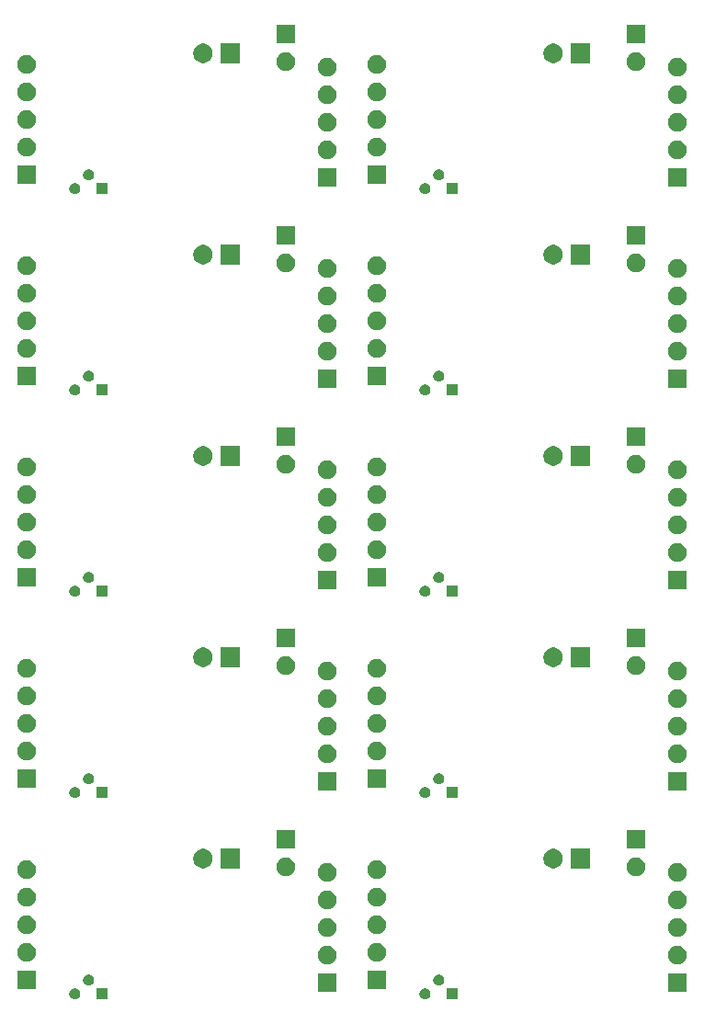
<source format=gbr>
G04 #@! TF.GenerationSoftware,KiCad,Pcbnew,5.1.6-c6e7f7d~86~ubuntu19.10.1*
G04 #@! TF.CreationDate,2021-03-24T15:38:50+01:00*
G04 #@! TF.ProjectId,Switch3V,53776974-6368-4335-962e-6b696361645f,rev?*
G04 #@! TF.SameCoordinates,Original*
G04 #@! TF.FileFunction,Soldermask,Bot*
G04 #@! TF.FilePolarity,Negative*
%FSLAX46Y46*%
G04 Gerber Fmt 4.6, Leading zero omitted, Abs format (unit mm)*
G04 Created by KiCad (PCBNEW 5.1.6-c6e7f7d~86~ubuntu19.10.1) date 2021-03-24 15:38:50*
%MOMM*%
%LPD*%
G01*
G04 APERTURE LIST*
%ADD10C,0.100000*%
G04 APERTURE END LIST*
D10*
G36*
X242181000Y-134866000D02*
G01*
X241181000Y-134866000D01*
X241181000Y-133866000D01*
X242181000Y-133866000D01*
X242181000Y-134866000D01*
G37*
G36*
X239286843Y-133885214D02*
G01*
X239286846Y-133885215D01*
X239286845Y-133885215D01*
X239377839Y-133922906D01*
X239412401Y-133946000D01*
X239459730Y-133977624D01*
X239529376Y-134047270D01*
X239584095Y-134129163D01*
X239621786Y-134220157D01*
X239641000Y-134316753D01*
X239641000Y-134415247D01*
X239621786Y-134511843D01*
X239621785Y-134511845D01*
X239584094Y-134602839D01*
X239529375Y-134684731D01*
X239459731Y-134754375D01*
X239377839Y-134809094D01*
X239377838Y-134809095D01*
X239377837Y-134809095D01*
X239286843Y-134846786D01*
X239190247Y-134866000D01*
X239091753Y-134866000D01*
X238995157Y-134846786D01*
X238904163Y-134809095D01*
X238904162Y-134809095D01*
X238904161Y-134809094D01*
X238822269Y-134754375D01*
X238752625Y-134684731D01*
X238697906Y-134602839D01*
X238660215Y-134511845D01*
X238660214Y-134511843D01*
X238641000Y-134415247D01*
X238641000Y-134316753D01*
X238660214Y-134220157D01*
X238697905Y-134129163D01*
X238752624Y-134047270D01*
X238822270Y-133977624D01*
X238869599Y-133946000D01*
X238904161Y-133922906D01*
X238995155Y-133885215D01*
X238995154Y-133885215D01*
X238995157Y-133885214D01*
X239091753Y-133866000D01*
X239190247Y-133866000D01*
X239286843Y-133885214D01*
G37*
G36*
X209923000Y-134866000D02*
G01*
X208923000Y-134866000D01*
X208923000Y-133866000D01*
X209923000Y-133866000D01*
X209923000Y-134866000D01*
G37*
G36*
X207028843Y-133885214D02*
G01*
X207028846Y-133885215D01*
X207028845Y-133885215D01*
X207119839Y-133922906D01*
X207154401Y-133946000D01*
X207201730Y-133977624D01*
X207271376Y-134047270D01*
X207326095Y-134129163D01*
X207363786Y-134220157D01*
X207383000Y-134316753D01*
X207383000Y-134415247D01*
X207363786Y-134511843D01*
X207363785Y-134511845D01*
X207326094Y-134602839D01*
X207271375Y-134684731D01*
X207201731Y-134754375D01*
X207119839Y-134809094D01*
X207119838Y-134809095D01*
X207119837Y-134809095D01*
X207028843Y-134846786D01*
X206932247Y-134866000D01*
X206833753Y-134866000D01*
X206737157Y-134846786D01*
X206646163Y-134809095D01*
X206646162Y-134809095D01*
X206646161Y-134809094D01*
X206564269Y-134754375D01*
X206494625Y-134684731D01*
X206439906Y-134602839D01*
X206402215Y-134511845D01*
X206402214Y-134511843D01*
X206383000Y-134415247D01*
X206383000Y-134316753D01*
X206402214Y-134220157D01*
X206439905Y-134129163D01*
X206494624Y-134047270D01*
X206564270Y-133977624D01*
X206611599Y-133946000D01*
X206646161Y-133922906D01*
X206737155Y-133885215D01*
X206737154Y-133885215D01*
X206737157Y-133885214D01*
X206833753Y-133866000D01*
X206932247Y-133866000D01*
X207028843Y-133885214D01*
G37*
G36*
X230974000Y-134200000D02*
G01*
X229274000Y-134200000D01*
X229274000Y-132500000D01*
X230974000Y-132500000D01*
X230974000Y-134200000D01*
G37*
G36*
X263232000Y-134200000D02*
G01*
X261532000Y-134200000D01*
X261532000Y-132500000D01*
X263232000Y-132500000D01*
X263232000Y-134200000D01*
G37*
G36*
X235546000Y-133946000D02*
G01*
X233846000Y-133946000D01*
X233846000Y-132246000D01*
X235546000Y-132246000D01*
X235546000Y-133946000D01*
G37*
G36*
X203288000Y-133946000D02*
G01*
X201588000Y-133946000D01*
X201588000Y-132246000D01*
X203288000Y-132246000D01*
X203288000Y-133946000D01*
G37*
G36*
X240556843Y-132615214D02*
G01*
X240556846Y-132615215D01*
X240556845Y-132615215D01*
X240647839Y-132652906D01*
X240689063Y-132680451D01*
X240729730Y-132707624D01*
X240799376Y-132777270D01*
X240854095Y-132859163D01*
X240891786Y-132950157D01*
X240911000Y-133046753D01*
X240911000Y-133145247D01*
X240891786Y-133241843D01*
X240891785Y-133241845D01*
X240854094Y-133332839D01*
X240799375Y-133414731D01*
X240729731Y-133484375D01*
X240647839Y-133539094D01*
X240647838Y-133539095D01*
X240647837Y-133539095D01*
X240556843Y-133576786D01*
X240460247Y-133596000D01*
X240361753Y-133596000D01*
X240265157Y-133576786D01*
X240174163Y-133539095D01*
X240174162Y-133539095D01*
X240174161Y-133539094D01*
X240092269Y-133484375D01*
X240022625Y-133414731D01*
X239967906Y-133332839D01*
X239930215Y-133241845D01*
X239930214Y-133241843D01*
X239911000Y-133145247D01*
X239911000Y-133046753D01*
X239930214Y-132950157D01*
X239967905Y-132859163D01*
X240022624Y-132777270D01*
X240092270Y-132707624D01*
X240132937Y-132680451D01*
X240174161Y-132652906D01*
X240265155Y-132615215D01*
X240265154Y-132615215D01*
X240265157Y-132615214D01*
X240361753Y-132596000D01*
X240460247Y-132596000D01*
X240556843Y-132615214D01*
G37*
G36*
X208298843Y-132615214D02*
G01*
X208298846Y-132615215D01*
X208298845Y-132615215D01*
X208389839Y-132652906D01*
X208431063Y-132680451D01*
X208471730Y-132707624D01*
X208541376Y-132777270D01*
X208596095Y-132859163D01*
X208633786Y-132950157D01*
X208653000Y-133046753D01*
X208653000Y-133145247D01*
X208633786Y-133241843D01*
X208633785Y-133241845D01*
X208596094Y-133332839D01*
X208541375Y-133414731D01*
X208471731Y-133484375D01*
X208389839Y-133539094D01*
X208389838Y-133539095D01*
X208389837Y-133539095D01*
X208298843Y-133576786D01*
X208202247Y-133596000D01*
X208103753Y-133596000D01*
X208007157Y-133576786D01*
X207916163Y-133539095D01*
X207916162Y-133539095D01*
X207916161Y-133539094D01*
X207834269Y-133484375D01*
X207764625Y-133414731D01*
X207709906Y-133332839D01*
X207672215Y-133241845D01*
X207672214Y-133241843D01*
X207653000Y-133145247D01*
X207653000Y-133046753D01*
X207672214Y-132950157D01*
X207709905Y-132859163D01*
X207764624Y-132777270D01*
X207834270Y-132707624D01*
X207874937Y-132680451D01*
X207916161Y-132652906D01*
X208007155Y-132615215D01*
X208007154Y-132615215D01*
X208007157Y-132615214D01*
X208103753Y-132596000D01*
X208202247Y-132596000D01*
X208298843Y-132615214D01*
G37*
G36*
X230371935Y-129992664D02*
G01*
X230526624Y-130056739D01*
X230526626Y-130056740D01*
X230665844Y-130149762D01*
X230784238Y-130268156D01*
X230810904Y-130308065D01*
X230877261Y-130407376D01*
X230941336Y-130562065D01*
X230974000Y-130726281D01*
X230974000Y-130893719D01*
X230941336Y-131057935D01*
X230877261Y-131212624D01*
X230877260Y-131212626D01*
X230784238Y-131351844D01*
X230665844Y-131470238D01*
X230526626Y-131563260D01*
X230526625Y-131563261D01*
X230526624Y-131563261D01*
X230371935Y-131627336D01*
X230207719Y-131660000D01*
X230040281Y-131660000D01*
X229876065Y-131627336D01*
X229721376Y-131563261D01*
X229721375Y-131563261D01*
X229721374Y-131563260D01*
X229582156Y-131470238D01*
X229463762Y-131351844D01*
X229370740Y-131212626D01*
X229370739Y-131212624D01*
X229306664Y-131057935D01*
X229274000Y-130893719D01*
X229274000Y-130726281D01*
X229306664Y-130562065D01*
X229370739Y-130407376D01*
X229437096Y-130308065D01*
X229463762Y-130268156D01*
X229582156Y-130149762D01*
X229721374Y-130056740D01*
X229721376Y-130056739D01*
X229876065Y-129992664D01*
X230040281Y-129960000D01*
X230207719Y-129960000D01*
X230371935Y-129992664D01*
G37*
G36*
X262629935Y-129992664D02*
G01*
X262784624Y-130056739D01*
X262784626Y-130056740D01*
X262923844Y-130149762D01*
X263042238Y-130268156D01*
X263068904Y-130308065D01*
X263135261Y-130407376D01*
X263199336Y-130562065D01*
X263232000Y-130726281D01*
X263232000Y-130893719D01*
X263199336Y-131057935D01*
X263135261Y-131212624D01*
X263135260Y-131212626D01*
X263042238Y-131351844D01*
X262923844Y-131470238D01*
X262784626Y-131563260D01*
X262784625Y-131563261D01*
X262784624Y-131563261D01*
X262629935Y-131627336D01*
X262465719Y-131660000D01*
X262298281Y-131660000D01*
X262134065Y-131627336D01*
X261979376Y-131563261D01*
X261979375Y-131563261D01*
X261979374Y-131563260D01*
X261840156Y-131470238D01*
X261721762Y-131351844D01*
X261628740Y-131212626D01*
X261628739Y-131212624D01*
X261564664Y-131057935D01*
X261532000Y-130893719D01*
X261532000Y-130726281D01*
X261564664Y-130562065D01*
X261628739Y-130407376D01*
X261695096Y-130308065D01*
X261721762Y-130268156D01*
X261840156Y-130149762D01*
X261979374Y-130056740D01*
X261979376Y-130056739D01*
X262134065Y-129992664D01*
X262298281Y-129960000D01*
X262465719Y-129960000D01*
X262629935Y-129992664D01*
G37*
G36*
X202685935Y-129738664D02*
G01*
X202840624Y-129802739D01*
X202840626Y-129802740D01*
X202979844Y-129895762D01*
X203098238Y-130014156D01*
X203191260Y-130153374D01*
X203191261Y-130153376D01*
X203255336Y-130308065D01*
X203288000Y-130472281D01*
X203288000Y-130639719D01*
X203255336Y-130803935D01*
X203191261Y-130958624D01*
X203191260Y-130958626D01*
X203098238Y-131097844D01*
X202979844Y-131216238D01*
X202840626Y-131309260D01*
X202840625Y-131309261D01*
X202840624Y-131309261D01*
X202685935Y-131373336D01*
X202521719Y-131406000D01*
X202354281Y-131406000D01*
X202190065Y-131373336D01*
X202035376Y-131309261D01*
X202035375Y-131309261D01*
X202035374Y-131309260D01*
X201896156Y-131216238D01*
X201777762Y-131097844D01*
X201684740Y-130958626D01*
X201684739Y-130958624D01*
X201620664Y-130803935D01*
X201588000Y-130639719D01*
X201588000Y-130472281D01*
X201620664Y-130308065D01*
X201684739Y-130153376D01*
X201684740Y-130153374D01*
X201777762Y-130014156D01*
X201896156Y-129895762D01*
X202035374Y-129802740D01*
X202035376Y-129802739D01*
X202190065Y-129738664D01*
X202354281Y-129706000D01*
X202521719Y-129706000D01*
X202685935Y-129738664D01*
G37*
G36*
X234943935Y-129738664D02*
G01*
X235098624Y-129802739D01*
X235098626Y-129802740D01*
X235237844Y-129895762D01*
X235356238Y-130014156D01*
X235449260Y-130153374D01*
X235449261Y-130153376D01*
X235513336Y-130308065D01*
X235546000Y-130472281D01*
X235546000Y-130639719D01*
X235513336Y-130803935D01*
X235449261Y-130958624D01*
X235449260Y-130958626D01*
X235356238Y-131097844D01*
X235237844Y-131216238D01*
X235098626Y-131309260D01*
X235098625Y-131309261D01*
X235098624Y-131309261D01*
X234943935Y-131373336D01*
X234779719Y-131406000D01*
X234612281Y-131406000D01*
X234448065Y-131373336D01*
X234293376Y-131309261D01*
X234293375Y-131309261D01*
X234293374Y-131309260D01*
X234154156Y-131216238D01*
X234035762Y-131097844D01*
X233942740Y-130958626D01*
X233942739Y-130958624D01*
X233878664Y-130803935D01*
X233846000Y-130639719D01*
X233846000Y-130472281D01*
X233878664Y-130308065D01*
X233942739Y-130153376D01*
X233942740Y-130153374D01*
X234035762Y-130014156D01*
X234154156Y-129895762D01*
X234293374Y-129802740D01*
X234293376Y-129802739D01*
X234448065Y-129738664D01*
X234612281Y-129706000D01*
X234779719Y-129706000D01*
X234943935Y-129738664D01*
G37*
G36*
X230371935Y-127452664D02*
G01*
X230526624Y-127516739D01*
X230526626Y-127516740D01*
X230665844Y-127609762D01*
X230784238Y-127728156D01*
X230810904Y-127768065D01*
X230877261Y-127867376D01*
X230941336Y-128022065D01*
X230974000Y-128186281D01*
X230974000Y-128353719D01*
X230941336Y-128517935D01*
X230877261Y-128672624D01*
X230877260Y-128672626D01*
X230784238Y-128811844D01*
X230665844Y-128930238D01*
X230526626Y-129023260D01*
X230526625Y-129023261D01*
X230526624Y-129023261D01*
X230371935Y-129087336D01*
X230207719Y-129120000D01*
X230040281Y-129120000D01*
X229876065Y-129087336D01*
X229721376Y-129023261D01*
X229721375Y-129023261D01*
X229721374Y-129023260D01*
X229582156Y-128930238D01*
X229463762Y-128811844D01*
X229370740Y-128672626D01*
X229370739Y-128672624D01*
X229306664Y-128517935D01*
X229274000Y-128353719D01*
X229274000Y-128186281D01*
X229306664Y-128022065D01*
X229370739Y-127867376D01*
X229437096Y-127768065D01*
X229463762Y-127728156D01*
X229582156Y-127609762D01*
X229721374Y-127516740D01*
X229721376Y-127516739D01*
X229876065Y-127452664D01*
X230040281Y-127420000D01*
X230207719Y-127420000D01*
X230371935Y-127452664D01*
G37*
G36*
X262629935Y-127452664D02*
G01*
X262784624Y-127516739D01*
X262784626Y-127516740D01*
X262923844Y-127609762D01*
X263042238Y-127728156D01*
X263068904Y-127768065D01*
X263135261Y-127867376D01*
X263199336Y-128022065D01*
X263232000Y-128186281D01*
X263232000Y-128353719D01*
X263199336Y-128517935D01*
X263135261Y-128672624D01*
X263135260Y-128672626D01*
X263042238Y-128811844D01*
X262923844Y-128930238D01*
X262784626Y-129023260D01*
X262784625Y-129023261D01*
X262784624Y-129023261D01*
X262629935Y-129087336D01*
X262465719Y-129120000D01*
X262298281Y-129120000D01*
X262134065Y-129087336D01*
X261979376Y-129023261D01*
X261979375Y-129023261D01*
X261979374Y-129023260D01*
X261840156Y-128930238D01*
X261721762Y-128811844D01*
X261628740Y-128672626D01*
X261628739Y-128672624D01*
X261564664Y-128517935D01*
X261532000Y-128353719D01*
X261532000Y-128186281D01*
X261564664Y-128022065D01*
X261628739Y-127867376D01*
X261695096Y-127768065D01*
X261721762Y-127728156D01*
X261840156Y-127609762D01*
X261979374Y-127516740D01*
X261979376Y-127516739D01*
X262134065Y-127452664D01*
X262298281Y-127420000D01*
X262465719Y-127420000D01*
X262629935Y-127452664D01*
G37*
G36*
X202685935Y-127198664D02*
G01*
X202840624Y-127262739D01*
X202840626Y-127262740D01*
X202979844Y-127355762D01*
X203098238Y-127474156D01*
X203191260Y-127613374D01*
X203191261Y-127613376D01*
X203255336Y-127768065D01*
X203288000Y-127932281D01*
X203288000Y-128099719D01*
X203255336Y-128263935D01*
X203191261Y-128418624D01*
X203191260Y-128418626D01*
X203098238Y-128557844D01*
X202979844Y-128676238D01*
X202840626Y-128769260D01*
X202840625Y-128769261D01*
X202840624Y-128769261D01*
X202685935Y-128833336D01*
X202521719Y-128866000D01*
X202354281Y-128866000D01*
X202190065Y-128833336D01*
X202035376Y-128769261D01*
X202035375Y-128769261D01*
X202035374Y-128769260D01*
X201896156Y-128676238D01*
X201777762Y-128557844D01*
X201684740Y-128418626D01*
X201684739Y-128418624D01*
X201620664Y-128263935D01*
X201588000Y-128099719D01*
X201588000Y-127932281D01*
X201620664Y-127768065D01*
X201684739Y-127613376D01*
X201684740Y-127613374D01*
X201777762Y-127474156D01*
X201896156Y-127355762D01*
X202035374Y-127262740D01*
X202035376Y-127262739D01*
X202190065Y-127198664D01*
X202354281Y-127166000D01*
X202521719Y-127166000D01*
X202685935Y-127198664D01*
G37*
G36*
X234943935Y-127198664D02*
G01*
X235098624Y-127262739D01*
X235098626Y-127262740D01*
X235237844Y-127355762D01*
X235356238Y-127474156D01*
X235449260Y-127613374D01*
X235449261Y-127613376D01*
X235513336Y-127768065D01*
X235546000Y-127932281D01*
X235546000Y-128099719D01*
X235513336Y-128263935D01*
X235449261Y-128418624D01*
X235449260Y-128418626D01*
X235356238Y-128557844D01*
X235237844Y-128676238D01*
X235098626Y-128769260D01*
X235098625Y-128769261D01*
X235098624Y-128769261D01*
X234943935Y-128833336D01*
X234779719Y-128866000D01*
X234612281Y-128866000D01*
X234448065Y-128833336D01*
X234293376Y-128769261D01*
X234293375Y-128769261D01*
X234293374Y-128769260D01*
X234154156Y-128676238D01*
X234035762Y-128557844D01*
X233942740Y-128418626D01*
X233942739Y-128418624D01*
X233878664Y-128263935D01*
X233846000Y-128099719D01*
X233846000Y-127932281D01*
X233878664Y-127768065D01*
X233942739Y-127613376D01*
X233942740Y-127613374D01*
X234035762Y-127474156D01*
X234154156Y-127355762D01*
X234293374Y-127262740D01*
X234293376Y-127262739D01*
X234448065Y-127198664D01*
X234612281Y-127166000D01*
X234779719Y-127166000D01*
X234943935Y-127198664D01*
G37*
G36*
X262629935Y-124912664D02*
G01*
X262784624Y-124976739D01*
X262784626Y-124976740D01*
X262923844Y-125069762D01*
X263042238Y-125188156D01*
X263068904Y-125228065D01*
X263135261Y-125327376D01*
X263199336Y-125482065D01*
X263232000Y-125646281D01*
X263232000Y-125813719D01*
X263199336Y-125977935D01*
X263135261Y-126132624D01*
X263135260Y-126132626D01*
X263042238Y-126271844D01*
X262923844Y-126390238D01*
X262784626Y-126483260D01*
X262784625Y-126483261D01*
X262784624Y-126483261D01*
X262629935Y-126547336D01*
X262465719Y-126580000D01*
X262298281Y-126580000D01*
X262134065Y-126547336D01*
X261979376Y-126483261D01*
X261979375Y-126483261D01*
X261979374Y-126483260D01*
X261840156Y-126390238D01*
X261721762Y-126271844D01*
X261628740Y-126132626D01*
X261628739Y-126132624D01*
X261564664Y-125977935D01*
X261532000Y-125813719D01*
X261532000Y-125646281D01*
X261564664Y-125482065D01*
X261628739Y-125327376D01*
X261695096Y-125228065D01*
X261721762Y-125188156D01*
X261840156Y-125069762D01*
X261979374Y-124976740D01*
X261979376Y-124976739D01*
X262134065Y-124912664D01*
X262298281Y-124880000D01*
X262465719Y-124880000D01*
X262629935Y-124912664D01*
G37*
G36*
X230371935Y-124912664D02*
G01*
X230526624Y-124976739D01*
X230526626Y-124976740D01*
X230665844Y-125069762D01*
X230784238Y-125188156D01*
X230810904Y-125228065D01*
X230877261Y-125327376D01*
X230941336Y-125482065D01*
X230974000Y-125646281D01*
X230974000Y-125813719D01*
X230941336Y-125977935D01*
X230877261Y-126132624D01*
X230877260Y-126132626D01*
X230784238Y-126271844D01*
X230665844Y-126390238D01*
X230526626Y-126483260D01*
X230526625Y-126483261D01*
X230526624Y-126483261D01*
X230371935Y-126547336D01*
X230207719Y-126580000D01*
X230040281Y-126580000D01*
X229876065Y-126547336D01*
X229721376Y-126483261D01*
X229721375Y-126483261D01*
X229721374Y-126483260D01*
X229582156Y-126390238D01*
X229463762Y-126271844D01*
X229370740Y-126132626D01*
X229370739Y-126132624D01*
X229306664Y-125977935D01*
X229274000Y-125813719D01*
X229274000Y-125646281D01*
X229306664Y-125482065D01*
X229370739Y-125327376D01*
X229437096Y-125228065D01*
X229463762Y-125188156D01*
X229582156Y-125069762D01*
X229721374Y-124976740D01*
X229721376Y-124976739D01*
X229876065Y-124912664D01*
X230040281Y-124880000D01*
X230207719Y-124880000D01*
X230371935Y-124912664D01*
G37*
G36*
X234943935Y-124658664D02*
G01*
X235098624Y-124722739D01*
X235098626Y-124722740D01*
X235237844Y-124815762D01*
X235356238Y-124934156D01*
X235449260Y-125073374D01*
X235449261Y-125073376D01*
X235513336Y-125228065D01*
X235546000Y-125392281D01*
X235546000Y-125559719D01*
X235513336Y-125723935D01*
X235449261Y-125878624D01*
X235449260Y-125878626D01*
X235356238Y-126017844D01*
X235237844Y-126136238D01*
X235098626Y-126229260D01*
X235098625Y-126229261D01*
X235098624Y-126229261D01*
X234943935Y-126293336D01*
X234779719Y-126326000D01*
X234612281Y-126326000D01*
X234448065Y-126293336D01*
X234293376Y-126229261D01*
X234293375Y-126229261D01*
X234293374Y-126229260D01*
X234154156Y-126136238D01*
X234035762Y-126017844D01*
X233942740Y-125878626D01*
X233942739Y-125878624D01*
X233878664Y-125723935D01*
X233846000Y-125559719D01*
X233846000Y-125392281D01*
X233878664Y-125228065D01*
X233942739Y-125073376D01*
X233942740Y-125073374D01*
X234035762Y-124934156D01*
X234154156Y-124815762D01*
X234293374Y-124722740D01*
X234293376Y-124722739D01*
X234448065Y-124658664D01*
X234612281Y-124626000D01*
X234779719Y-124626000D01*
X234943935Y-124658664D01*
G37*
G36*
X202685935Y-124658664D02*
G01*
X202840624Y-124722739D01*
X202840626Y-124722740D01*
X202979844Y-124815762D01*
X203098238Y-124934156D01*
X203191260Y-125073374D01*
X203191261Y-125073376D01*
X203255336Y-125228065D01*
X203288000Y-125392281D01*
X203288000Y-125559719D01*
X203255336Y-125723935D01*
X203191261Y-125878624D01*
X203191260Y-125878626D01*
X203098238Y-126017844D01*
X202979844Y-126136238D01*
X202840626Y-126229260D01*
X202840625Y-126229261D01*
X202840624Y-126229261D01*
X202685935Y-126293336D01*
X202521719Y-126326000D01*
X202354281Y-126326000D01*
X202190065Y-126293336D01*
X202035376Y-126229261D01*
X202035375Y-126229261D01*
X202035374Y-126229260D01*
X201896156Y-126136238D01*
X201777762Y-126017844D01*
X201684740Y-125878626D01*
X201684739Y-125878624D01*
X201620664Y-125723935D01*
X201588000Y-125559719D01*
X201588000Y-125392281D01*
X201620664Y-125228065D01*
X201684739Y-125073376D01*
X201684740Y-125073374D01*
X201777762Y-124934156D01*
X201896156Y-124815762D01*
X202035374Y-124722740D01*
X202035376Y-124722739D01*
X202190065Y-124658664D01*
X202354281Y-124626000D01*
X202521719Y-124626000D01*
X202685935Y-124658664D01*
G37*
G36*
X262629935Y-122372664D02*
G01*
X262778166Y-122434064D01*
X262784626Y-122436740D01*
X262923844Y-122529762D01*
X263042238Y-122648156D01*
X263133950Y-122785414D01*
X263135261Y-122787376D01*
X263199336Y-122942065D01*
X263232000Y-123106281D01*
X263232000Y-123273719D01*
X263199336Y-123437935D01*
X263135261Y-123592624D01*
X263135260Y-123592626D01*
X263042238Y-123731844D01*
X262923844Y-123850238D01*
X262784626Y-123943260D01*
X262784625Y-123943261D01*
X262784624Y-123943261D01*
X262629935Y-124007336D01*
X262465719Y-124040000D01*
X262298281Y-124040000D01*
X262134065Y-124007336D01*
X261979376Y-123943261D01*
X261979375Y-123943261D01*
X261979374Y-123943260D01*
X261840156Y-123850238D01*
X261721762Y-123731844D01*
X261628740Y-123592626D01*
X261628739Y-123592624D01*
X261564664Y-123437935D01*
X261532000Y-123273719D01*
X261532000Y-123106281D01*
X261564664Y-122942065D01*
X261628739Y-122787376D01*
X261630050Y-122785414D01*
X261721762Y-122648156D01*
X261840156Y-122529762D01*
X261979374Y-122436740D01*
X261985834Y-122434064D01*
X262134065Y-122372664D01*
X262298281Y-122340000D01*
X262465719Y-122340000D01*
X262629935Y-122372664D01*
G37*
G36*
X230371935Y-122372664D02*
G01*
X230520166Y-122434064D01*
X230526626Y-122436740D01*
X230665844Y-122529762D01*
X230784238Y-122648156D01*
X230875950Y-122785414D01*
X230877261Y-122787376D01*
X230941336Y-122942065D01*
X230974000Y-123106281D01*
X230974000Y-123273719D01*
X230941336Y-123437935D01*
X230877261Y-123592624D01*
X230877260Y-123592626D01*
X230784238Y-123731844D01*
X230665844Y-123850238D01*
X230526626Y-123943260D01*
X230526625Y-123943261D01*
X230526624Y-123943261D01*
X230371935Y-124007336D01*
X230207719Y-124040000D01*
X230040281Y-124040000D01*
X229876065Y-124007336D01*
X229721376Y-123943261D01*
X229721375Y-123943261D01*
X229721374Y-123943260D01*
X229582156Y-123850238D01*
X229463762Y-123731844D01*
X229370740Y-123592626D01*
X229370739Y-123592624D01*
X229306664Y-123437935D01*
X229274000Y-123273719D01*
X229274000Y-123106281D01*
X229306664Y-122942065D01*
X229370739Y-122787376D01*
X229372050Y-122785414D01*
X229463762Y-122648156D01*
X229582156Y-122529762D01*
X229721374Y-122436740D01*
X229727834Y-122434064D01*
X229876065Y-122372664D01*
X230040281Y-122340000D01*
X230207719Y-122340000D01*
X230371935Y-122372664D01*
G37*
G36*
X202685935Y-122118664D02*
G01*
X202840095Y-122182520D01*
X202840626Y-122182740D01*
X202979844Y-122275762D01*
X203098238Y-122394156D01*
X203191260Y-122533374D01*
X203191261Y-122533376D01*
X203255336Y-122688065D01*
X203288000Y-122852281D01*
X203288000Y-123019719D01*
X203255336Y-123183935D01*
X203191261Y-123338624D01*
X203191260Y-123338626D01*
X203098238Y-123477844D01*
X202979844Y-123596238D01*
X202840626Y-123689260D01*
X202840625Y-123689261D01*
X202840624Y-123689261D01*
X202685935Y-123753336D01*
X202521719Y-123786000D01*
X202354281Y-123786000D01*
X202190065Y-123753336D01*
X202035376Y-123689261D01*
X202035375Y-123689261D01*
X202035374Y-123689260D01*
X201896156Y-123596238D01*
X201777762Y-123477844D01*
X201684740Y-123338626D01*
X201684739Y-123338624D01*
X201620664Y-123183935D01*
X201588000Y-123019719D01*
X201588000Y-122852281D01*
X201620664Y-122688065D01*
X201684739Y-122533376D01*
X201684740Y-122533374D01*
X201777762Y-122394156D01*
X201896156Y-122275762D01*
X202035374Y-122182740D01*
X202035905Y-122182520D01*
X202190065Y-122118664D01*
X202354281Y-122086000D01*
X202521719Y-122086000D01*
X202685935Y-122118664D01*
G37*
G36*
X234943935Y-122118664D02*
G01*
X235098095Y-122182520D01*
X235098626Y-122182740D01*
X235237844Y-122275762D01*
X235356238Y-122394156D01*
X235449260Y-122533374D01*
X235449261Y-122533376D01*
X235513336Y-122688065D01*
X235546000Y-122852281D01*
X235546000Y-123019719D01*
X235513336Y-123183935D01*
X235449261Y-123338624D01*
X235449260Y-123338626D01*
X235356238Y-123477844D01*
X235237844Y-123596238D01*
X235098626Y-123689260D01*
X235098625Y-123689261D01*
X235098624Y-123689261D01*
X234943935Y-123753336D01*
X234779719Y-123786000D01*
X234612281Y-123786000D01*
X234448065Y-123753336D01*
X234293376Y-123689261D01*
X234293375Y-123689261D01*
X234293374Y-123689260D01*
X234154156Y-123596238D01*
X234035762Y-123477844D01*
X233942740Y-123338626D01*
X233942739Y-123338624D01*
X233878664Y-123183935D01*
X233846000Y-123019719D01*
X233846000Y-122852281D01*
X233878664Y-122688065D01*
X233942739Y-122533376D01*
X233942740Y-122533374D01*
X234035762Y-122394156D01*
X234154156Y-122275762D01*
X234293374Y-122182740D01*
X234293905Y-122182520D01*
X234448065Y-122118664D01*
X234612281Y-122086000D01*
X234779719Y-122086000D01*
X234943935Y-122118664D01*
G37*
G36*
X226561935Y-121864664D02*
G01*
X226716624Y-121928739D01*
X226716626Y-121928740D01*
X226855844Y-122021762D01*
X226974238Y-122140156D01*
X227067260Y-122279374D01*
X227067261Y-122279376D01*
X227131336Y-122434065D01*
X227164000Y-122598281D01*
X227164000Y-122765719D01*
X227131336Y-122929935D01*
X227067261Y-123084624D01*
X227067260Y-123084626D01*
X226974238Y-123223844D01*
X226855844Y-123342238D01*
X226716626Y-123435260D01*
X226716625Y-123435261D01*
X226716624Y-123435261D01*
X226561935Y-123499336D01*
X226397719Y-123532000D01*
X226230281Y-123532000D01*
X226066065Y-123499336D01*
X225911376Y-123435261D01*
X225911375Y-123435261D01*
X225911374Y-123435260D01*
X225772156Y-123342238D01*
X225653762Y-123223844D01*
X225560740Y-123084626D01*
X225560739Y-123084624D01*
X225496664Y-122929935D01*
X225464000Y-122765719D01*
X225464000Y-122598281D01*
X225496664Y-122434065D01*
X225560739Y-122279376D01*
X225560740Y-122279374D01*
X225653762Y-122140156D01*
X225772156Y-122021762D01*
X225911374Y-121928740D01*
X225911376Y-121928739D01*
X226066065Y-121864664D01*
X226230281Y-121832000D01*
X226397719Y-121832000D01*
X226561935Y-121864664D01*
G37*
G36*
X258819935Y-121864664D02*
G01*
X258974624Y-121928739D01*
X258974626Y-121928740D01*
X259113844Y-122021762D01*
X259232238Y-122140156D01*
X259325260Y-122279374D01*
X259325261Y-122279376D01*
X259389336Y-122434065D01*
X259422000Y-122598281D01*
X259422000Y-122765719D01*
X259389336Y-122929935D01*
X259325261Y-123084624D01*
X259325260Y-123084626D01*
X259232238Y-123223844D01*
X259113844Y-123342238D01*
X258974626Y-123435260D01*
X258974625Y-123435261D01*
X258974624Y-123435261D01*
X258819935Y-123499336D01*
X258655719Y-123532000D01*
X258488281Y-123532000D01*
X258324065Y-123499336D01*
X258169376Y-123435261D01*
X258169375Y-123435261D01*
X258169374Y-123435260D01*
X258030156Y-123342238D01*
X257911762Y-123223844D01*
X257818740Y-123084626D01*
X257818739Y-123084624D01*
X257754664Y-122929935D01*
X257722000Y-122765719D01*
X257722000Y-122598281D01*
X257754664Y-122434065D01*
X257818739Y-122279376D01*
X257818740Y-122279374D01*
X257911762Y-122140156D01*
X258030156Y-122021762D01*
X258169374Y-121928740D01*
X258169376Y-121928739D01*
X258324065Y-121864664D01*
X258488281Y-121832000D01*
X258655719Y-121832000D01*
X258819935Y-121864664D01*
G37*
G36*
X218956520Y-121054586D02*
G01*
X219120310Y-121122430D01*
X219267717Y-121220924D01*
X219393076Y-121346283D01*
X219491570Y-121493690D01*
X219491571Y-121493692D01*
X219559414Y-121657480D01*
X219594000Y-121831356D01*
X219594000Y-122008644D01*
X219559414Y-122182520D01*
X219491570Y-122346310D01*
X219393076Y-122493717D01*
X219267717Y-122619076D01*
X219120310Y-122717570D01*
X219120309Y-122717571D01*
X219120308Y-122717571D01*
X218956520Y-122785414D01*
X218782644Y-122820000D01*
X218605356Y-122820000D01*
X218431480Y-122785414D01*
X218267692Y-122717571D01*
X218267691Y-122717571D01*
X218267690Y-122717570D01*
X218120283Y-122619076D01*
X217994924Y-122493717D01*
X217896430Y-122346310D01*
X217828586Y-122182520D01*
X217794000Y-122008644D01*
X217794000Y-121831356D01*
X217828586Y-121657480D01*
X217896429Y-121493692D01*
X217896430Y-121493690D01*
X217994924Y-121346283D01*
X218120283Y-121220924D01*
X218267690Y-121122430D01*
X218431480Y-121054586D01*
X218605356Y-121020000D01*
X218782644Y-121020000D01*
X218956520Y-121054586D01*
G37*
G36*
X222134000Y-122820000D02*
G01*
X220334000Y-122820000D01*
X220334000Y-121020000D01*
X222134000Y-121020000D01*
X222134000Y-122820000D01*
G37*
G36*
X251214520Y-121054586D02*
G01*
X251378310Y-121122430D01*
X251525717Y-121220924D01*
X251651076Y-121346283D01*
X251749570Y-121493690D01*
X251749571Y-121493692D01*
X251817414Y-121657480D01*
X251852000Y-121831356D01*
X251852000Y-122008644D01*
X251817414Y-122182520D01*
X251749570Y-122346310D01*
X251651076Y-122493717D01*
X251525717Y-122619076D01*
X251378310Y-122717570D01*
X251378309Y-122717571D01*
X251378308Y-122717571D01*
X251214520Y-122785414D01*
X251040644Y-122820000D01*
X250863356Y-122820000D01*
X250689480Y-122785414D01*
X250525692Y-122717571D01*
X250525691Y-122717571D01*
X250525690Y-122717570D01*
X250378283Y-122619076D01*
X250252924Y-122493717D01*
X250154430Y-122346310D01*
X250086586Y-122182520D01*
X250052000Y-122008644D01*
X250052000Y-121831356D01*
X250086586Y-121657480D01*
X250154429Y-121493692D01*
X250154430Y-121493690D01*
X250252924Y-121346283D01*
X250378283Y-121220924D01*
X250525690Y-121122430D01*
X250689480Y-121054586D01*
X250863356Y-121020000D01*
X251040644Y-121020000D01*
X251214520Y-121054586D01*
G37*
G36*
X254392000Y-122820000D02*
G01*
X252592000Y-122820000D01*
X252592000Y-121020000D01*
X254392000Y-121020000D01*
X254392000Y-122820000D01*
G37*
G36*
X259422000Y-120992000D02*
G01*
X257722000Y-120992000D01*
X257722000Y-119292000D01*
X259422000Y-119292000D01*
X259422000Y-120992000D01*
G37*
G36*
X227164000Y-120992000D02*
G01*
X225464000Y-120992000D01*
X225464000Y-119292000D01*
X227164000Y-119292000D01*
X227164000Y-120992000D01*
G37*
G36*
X207028843Y-115343214D02*
G01*
X207028846Y-115343215D01*
X207028845Y-115343215D01*
X207119839Y-115380906D01*
X207154401Y-115404000D01*
X207201730Y-115435624D01*
X207271376Y-115505270D01*
X207326095Y-115587163D01*
X207363786Y-115678157D01*
X207383000Y-115774753D01*
X207383000Y-115873247D01*
X207363786Y-115969843D01*
X207363785Y-115969845D01*
X207326094Y-116060839D01*
X207271375Y-116142731D01*
X207201731Y-116212375D01*
X207119839Y-116267094D01*
X207119838Y-116267095D01*
X207119837Y-116267095D01*
X207028843Y-116304786D01*
X206932247Y-116324000D01*
X206833753Y-116324000D01*
X206737157Y-116304786D01*
X206646163Y-116267095D01*
X206646162Y-116267095D01*
X206646161Y-116267094D01*
X206564269Y-116212375D01*
X206494625Y-116142731D01*
X206439906Y-116060839D01*
X206402215Y-115969845D01*
X206402214Y-115969843D01*
X206383000Y-115873247D01*
X206383000Y-115774753D01*
X206402214Y-115678157D01*
X206439905Y-115587163D01*
X206494624Y-115505270D01*
X206564270Y-115435624D01*
X206611599Y-115404000D01*
X206646161Y-115380906D01*
X206737155Y-115343215D01*
X206737154Y-115343215D01*
X206737157Y-115343214D01*
X206833753Y-115324000D01*
X206932247Y-115324000D01*
X207028843Y-115343214D01*
G37*
G36*
X242181000Y-116324000D02*
G01*
X241181000Y-116324000D01*
X241181000Y-115324000D01*
X242181000Y-115324000D01*
X242181000Y-116324000D01*
G37*
G36*
X239286843Y-115343214D02*
G01*
X239286846Y-115343215D01*
X239286845Y-115343215D01*
X239377839Y-115380906D01*
X239412401Y-115404000D01*
X239459730Y-115435624D01*
X239529376Y-115505270D01*
X239584095Y-115587163D01*
X239621786Y-115678157D01*
X239641000Y-115774753D01*
X239641000Y-115873247D01*
X239621786Y-115969843D01*
X239621785Y-115969845D01*
X239584094Y-116060839D01*
X239529375Y-116142731D01*
X239459731Y-116212375D01*
X239377839Y-116267094D01*
X239377838Y-116267095D01*
X239377837Y-116267095D01*
X239286843Y-116304786D01*
X239190247Y-116324000D01*
X239091753Y-116324000D01*
X238995157Y-116304786D01*
X238904163Y-116267095D01*
X238904162Y-116267095D01*
X238904161Y-116267094D01*
X238822269Y-116212375D01*
X238752625Y-116142731D01*
X238697906Y-116060839D01*
X238660215Y-115969845D01*
X238660214Y-115969843D01*
X238641000Y-115873247D01*
X238641000Y-115774753D01*
X238660214Y-115678157D01*
X238697905Y-115587163D01*
X238752624Y-115505270D01*
X238822270Y-115435624D01*
X238869599Y-115404000D01*
X238904161Y-115380906D01*
X238995155Y-115343215D01*
X238995154Y-115343215D01*
X238995157Y-115343214D01*
X239091753Y-115324000D01*
X239190247Y-115324000D01*
X239286843Y-115343214D01*
G37*
G36*
X209923000Y-116324000D02*
G01*
X208923000Y-116324000D01*
X208923000Y-115324000D01*
X209923000Y-115324000D01*
X209923000Y-116324000D01*
G37*
G36*
X263232000Y-115658000D02*
G01*
X261532000Y-115658000D01*
X261532000Y-113958000D01*
X263232000Y-113958000D01*
X263232000Y-115658000D01*
G37*
G36*
X230974000Y-115658000D02*
G01*
X229274000Y-115658000D01*
X229274000Y-113958000D01*
X230974000Y-113958000D01*
X230974000Y-115658000D01*
G37*
G36*
X203288000Y-115404000D02*
G01*
X201588000Y-115404000D01*
X201588000Y-113704000D01*
X203288000Y-113704000D01*
X203288000Y-115404000D01*
G37*
G36*
X235546000Y-115404000D02*
G01*
X233846000Y-115404000D01*
X233846000Y-113704000D01*
X235546000Y-113704000D01*
X235546000Y-115404000D01*
G37*
G36*
X240556843Y-114073214D02*
G01*
X240556846Y-114073215D01*
X240556845Y-114073215D01*
X240647839Y-114110906D01*
X240689063Y-114138451D01*
X240729730Y-114165624D01*
X240799376Y-114235270D01*
X240854095Y-114317163D01*
X240891786Y-114408157D01*
X240911000Y-114504753D01*
X240911000Y-114603247D01*
X240891786Y-114699843D01*
X240891785Y-114699845D01*
X240854094Y-114790839D01*
X240799375Y-114872731D01*
X240729731Y-114942375D01*
X240647839Y-114997094D01*
X240647838Y-114997095D01*
X240647837Y-114997095D01*
X240556843Y-115034786D01*
X240460247Y-115054000D01*
X240361753Y-115054000D01*
X240265157Y-115034786D01*
X240174163Y-114997095D01*
X240174162Y-114997095D01*
X240174161Y-114997094D01*
X240092269Y-114942375D01*
X240022625Y-114872731D01*
X239967906Y-114790839D01*
X239930215Y-114699845D01*
X239930214Y-114699843D01*
X239911000Y-114603247D01*
X239911000Y-114504753D01*
X239930214Y-114408157D01*
X239967905Y-114317163D01*
X240022624Y-114235270D01*
X240092270Y-114165624D01*
X240132937Y-114138451D01*
X240174161Y-114110906D01*
X240265155Y-114073215D01*
X240265154Y-114073215D01*
X240265157Y-114073214D01*
X240361753Y-114054000D01*
X240460247Y-114054000D01*
X240556843Y-114073214D01*
G37*
G36*
X208298843Y-114073214D02*
G01*
X208298846Y-114073215D01*
X208298845Y-114073215D01*
X208389839Y-114110906D01*
X208431063Y-114138451D01*
X208471730Y-114165624D01*
X208541376Y-114235270D01*
X208596095Y-114317163D01*
X208633786Y-114408157D01*
X208653000Y-114504753D01*
X208653000Y-114603247D01*
X208633786Y-114699843D01*
X208633785Y-114699845D01*
X208596094Y-114790839D01*
X208541375Y-114872731D01*
X208471731Y-114942375D01*
X208389839Y-114997094D01*
X208389838Y-114997095D01*
X208389837Y-114997095D01*
X208298843Y-115034786D01*
X208202247Y-115054000D01*
X208103753Y-115054000D01*
X208007157Y-115034786D01*
X207916163Y-114997095D01*
X207916162Y-114997095D01*
X207916161Y-114997094D01*
X207834269Y-114942375D01*
X207764625Y-114872731D01*
X207709906Y-114790839D01*
X207672215Y-114699845D01*
X207672214Y-114699843D01*
X207653000Y-114603247D01*
X207653000Y-114504753D01*
X207672214Y-114408157D01*
X207709905Y-114317163D01*
X207764624Y-114235270D01*
X207834270Y-114165624D01*
X207874937Y-114138451D01*
X207916161Y-114110906D01*
X208007155Y-114073215D01*
X208007154Y-114073215D01*
X208007157Y-114073214D01*
X208103753Y-114054000D01*
X208202247Y-114054000D01*
X208298843Y-114073214D01*
G37*
G36*
X262629935Y-111450664D02*
G01*
X262784624Y-111514739D01*
X262784626Y-111514740D01*
X262923844Y-111607762D01*
X263042238Y-111726156D01*
X263068904Y-111766065D01*
X263135261Y-111865376D01*
X263199336Y-112020065D01*
X263232000Y-112184281D01*
X263232000Y-112351719D01*
X263199336Y-112515935D01*
X263135261Y-112670624D01*
X263135260Y-112670626D01*
X263042238Y-112809844D01*
X262923844Y-112928238D01*
X262784626Y-113021260D01*
X262784625Y-113021261D01*
X262784624Y-113021261D01*
X262629935Y-113085336D01*
X262465719Y-113118000D01*
X262298281Y-113118000D01*
X262134065Y-113085336D01*
X261979376Y-113021261D01*
X261979375Y-113021261D01*
X261979374Y-113021260D01*
X261840156Y-112928238D01*
X261721762Y-112809844D01*
X261628740Y-112670626D01*
X261628739Y-112670624D01*
X261564664Y-112515935D01*
X261532000Y-112351719D01*
X261532000Y-112184281D01*
X261564664Y-112020065D01*
X261628739Y-111865376D01*
X261695096Y-111766065D01*
X261721762Y-111726156D01*
X261840156Y-111607762D01*
X261979374Y-111514740D01*
X261979376Y-111514739D01*
X262134065Y-111450664D01*
X262298281Y-111418000D01*
X262465719Y-111418000D01*
X262629935Y-111450664D01*
G37*
G36*
X230371935Y-111450664D02*
G01*
X230526624Y-111514739D01*
X230526626Y-111514740D01*
X230665844Y-111607762D01*
X230784238Y-111726156D01*
X230810904Y-111766065D01*
X230877261Y-111865376D01*
X230941336Y-112020065D01*
X230974000Y-112184281D01*
X230974000Y-112351719D01*
X230941336Y-112515935D01*
X230877261Y-112670624D01*
X230877260Y-112670626D01*
X230784238Y-112809844D01*
X230665844Y-112928238D01*
X230526626Y-113021260D01*
X230526625Y-113021261D01*
X230526624Y-113021261D01*
X230371935Y-113085336D01*
X230207719Y-113118000D01*
X230040281Y-113118000D01*
X229876065Y-113085336D01*
X229721376Y-113021261D01*
X229721375Y-113021261D01*
X229721374Y-113021260D01*
X229582156Y-112928238D01*
X229463762Y-112809844D01*
X229370740Y-112670626D01*
X229370739Y-112670624D01*
X229306664Y-112515935D01*
X229274000Y-112351719D01*
X229274000Y-112184281D01*
X229306664Y-112020065D01*
X229370739Y-111865376D01*
X229437096Y-111766065D01*
X229463762Y-111726156D01*
X229582156Y-111607762D01*
X229721374Y-111514740D01*
X229721376Y-111514739D01*
X229876065Y-111450664D01*
X230040281Y-111418000D01*
X230207719Y-111418000D01*
X230371935Y-111450664D01*
G37*
G36*
X202685935Y-111196664D02*
G01*
X202840624Y-111260739D01*
X202840626Y-111260740D01*
X202979844Y-111353762D01*
X203098238Y-111472156D01*
X203191260Y-111611374D01*
X203191261Y-111611376D01*
X203255336Y-111766065D01*
X203288000Y-111930281D01*
X203288000Y-112097719D01*
X203255336Y-112261935D01*
X203191261Y-112416624D01*
X203191260Y-112416626D01*
X203098238Y-112555844D01*
X202979844Y-112674238D01*
X202840626Y-112767260D01*
X202840625Y-112767261D01*
X202840624Y-112767261D01*
X202685935Y-112831336D01*
X202521719Y-112864000D01*
X202354281Y-112864000D01*
X202190065Y-112831336D01*
X202035376Y-112767261D01*
X202035375Y-112767261D01*
X202035374Y-112767260D01*
X201896156Y-112674238D01*
X201777762Y-112555844D01*
X201684740Y-112416626D01*
X201684739Y-112416624D01*
X201620664Y-112261935D01*
X201588000Y-112097719D01*
X201588000Y-111930281D01*
X201620664Y-111766065D01*
X201684739Y-111611376D01*
X201684740Y-111611374D01*
X201777762Y-111472156D01*
X201896156Y-111353762D01*
X202035374Y-111260740D01*
X202035376Y-111260739D01*
X202190065Y-111196664D01*
X202354281Y-111164000D01*
X202521719Y-111164000D01*
X202685935Y-111196664D01*
G37*
G36*
X234943935Y-111196664D02*
G01*
X235098624Y-111260739D01*
X235098626Y-111260740D01*
X235237844Y-111353762D01*
X235356238Y-111472156D01*
X235449260Y-111611374D01*
X235449261Y-111611376D01*
X235513336Y-111766065D01*
X235546000Y-111930281D01*
X235546000Y-112097719D01*
X235513336Y-112261935D01*
X235449261Y-112416624D01*
X235449260Y-112416626D01*
X235356238Y-112555844D01*
X235237844Y-112674238D01*
X235098626Y-112767260D01*
X235098625Y-112767261D01*
X235098624Y-112767261D01*
X234943935Y-112831336D01*
X234779719Y-112864000D01*
X234612281Y-112864000D01*
X234448065Y-112831336D01*
X234293376Y-112767261D01*
X234293375Y-112767261D01*
X234293374Y-112767260D01*
X234154156Y-112674238D01*
X234035762Y-112555844D01*
X233942740Y-112416626D01*
X233942739Y-112416624D01*
X233878664Y-112261935D01*
X233846000Y-112097719D01*
X233846000Y-111930281D01*
X233878664Y-111766065D01*
X233942739Y-111611376D01*
X233942740Y-111611374D01*
X234035762Y-111472156D01*
X234154156Y-111353762D01*
X234293374Y-111260740D01*
X234293376Y-111260739D01*
X234448065Y-111196664D01*
X234612281Y-111164000D01*
X234779719Y-111164000D01*
X234943935Y-111196664D01*
G37*
G36*
X262629935Y-108910664D02*
G01*
X262784624Y-108974739D01*
X262784626Y-108974740D01*
X262923844Y-109067762D01*
X263042238Y-109186156D01*
X263068904Y-109226065D01*
X263135261Y-109325376D01*
X263199336Y-109480065D01*
X263232000Y-109644281D01*
X263232000Y-109811719D01*
X263199336Y-109975935D01*
X263135261Y-110130624D01*
X263135260Y-110130626D01*
X263042238Y-110269844D01*
X262923844Y-110388238D01*
X262784626Y-110481260D01*
X262784625Y-110481261D01*
X262784624Y-110481261D01*
X262629935Y-110545336D01*
X262465719Y-110578000D01*
X262298281Y-110578000D01*
X262134065Y-110545336D01*
X261979376Y-110481261D01*
X261979375Y-110481261D01*
X261979374Y-110481260D01*
X261840156Y-110388238D01*
X261721762Y-110269844D01*
X261628740Y-110130626D01*
X261628739Y-110130624D01*
X261564664Y-109975935D01*
X261532000Y-109811719D01*
X261532000Y-109644281D01*
X261564664Y-109480065D01*
X261628739Y-109325376D01*
X261695096Y-109226065D01*
X261721762Y-109186156D01*
X261840156Y-109067762D01*
X261979374Y-108974740D01*
X261979376Y-108974739D01*
X262134065Y-108910664D01*
X262298281Y-108878000D01*
X262465719Y-108878000D01*
X262629935Y-108910664D01*
G37*
G36*
X230371935Y-108910664D02*
G01*
X230526624Y-108974739D01*
X230526626Y-108974740D01*
X230665844Y-109067762D01*
X230784238Y-109186156D01*
X230810904Y-109226065D01*
X230877261Y-109325376D01*
X230941336Y-109480065D01*
X230974000Y-109644281D01*
X230974000Y-109811719D01*
X230941336Y-109975935D01*
X230877261Y-110130624D01*
X230877260Y-110130626D01*
X230784238Y-110269844D01*
X230665844Y-110388238D01*
X230526626Y-110481260D01*
X230526625Y-110481261D01*
X230526624Y-110481261D01*
X230371935Y-110545336D01*
X230207719Y-110578000D01*
X230040281Y-110578000D01*
X229876065Y-110545336D01*
X229721376Y-110481261D01*
X229721375Y-110481261D01*
X229721374Y-110481260D01*
X229582156Y-110388238D01*
X229463762Y-110269844D01*
X229370740Y-110130626D01*
X229370739Y-110130624D01*
X229306664Y-109975935D01*
X229274000Y-109811719D01*
X229274000Y-109644281D01*
X229306664Y-109480065D01*
X229370739Y-109325376D01*
X229437096Y-109226065D01*
X229463762Y-109186156D01*
X229582156Y-109067762D01*
X229721374Y-108974740D01*
X229721376Y-108974739D01*
X229876065Y-108910664D01*
X230040281Y-108878000D01*
X230207719Y-108878000D01*
X230371935Y-108910664D01*
G37*
G36*
X202685935Y-108656664D02*
G01*
X202840624Y-108720739D01*
X202840626Y-108720740D01*
X202979844Y-108813762D01*
X203098238Y-108932156D01*
X203191260Y-109071374D01*
X203191261Y-109071376D01*
X203255336Y-109226065D01*
X203288000Y-109390281D01*
X203288000Y-109557719D01*
X203255336Y-109721935D01*
X203191261Y-109876624D01*
X203191260Y-109876626D01*
X203098238Y-110015844D01*
X202979844Y-110134238D01*
X202840626Y-110227260D01*
X202840625Y-110227261D01*
X202840624Y-110227261D01*
X202685935Y-110291336D01*
X202521719Y-110324000D01*
X202354281Y-110324000D01*
X202190065Y-110291336D01*
X202035376Y-110227261D01*
X202035375Y-110227261D01*
X202035374Y-110227260D01*
X201896156Y-110134238D01*
X201777762Y-110015844D01*
X201684740Y-109876626D01*
X201684739Y-109876624D01*
X201620664Y-109721935D01*
X201588000Y-109557719D01*
X201588000Y-109390281D01*
X201620664Y-109226065D01*
X201684739Y-109071376D01*
X201684740Y-109071374D01*
X201777762Y-108932156D01*
X201896156Y-108813762D01*
X202035374Y-108720740D01*
X202035376Y-108720739D01*
X202190065Y-108656664D01*
X202354281Y-108624000D01*
X202521719Y-108624000D01*
X202685935Y-108656664D01*
G37*
G36*
X234943935Y-108656664D02*
G01*
X235098624Y-108720739D01*
X235098626Y-108720740D01*
X235237844Y-108813762D01*
X235356238Y-108932156D01*
X235449260Y-109071374D01*
X235449261Y-109071376D01*
X235513336Y-109226065D01*
X235546000Y-109390281D01*
X235546000Y-109557719D01*
X235513336Y-109721935D01*
X235449261Y-109876624D01*
X235449260Y-109876626D01*
X235356238Y-110015844D01*
X235237844Y-110134238D01*
X235098626Y-110227260D01*
X235098625Y-110227261D01*
X235098624Y-110227261D01*
X234943935Y-110291336D01*
X234779719Y-110324000D01*
X234612281Y-110324000D01*
X234448065Y-110291336D01*
X234293376Y-110227261D01*
X234293375Y-110227261D01*
X234293374Y-110227260D01*
X234154156Y-110134238D01*
X234035762Y-110015844D01*
X233942740Y-109876626D01*
X233942739Y-109876624D01*
X233878664Y-109721935D01*
X233846000Y-109557719D01*
X233846000Y-109390281D01*
X233878664Y-109226065D01*
X233942739Y-109071376D01*
X233942740Y-109071374D01*
X234035762Y-108932156D01*
X234154156Y-108813762D01*
X234293374Y-108720740D01*
X234293376Y-108720739D01*
X234448065Y-108656664D01*
X234612281Y-108624000D01*
X234779719Y-108624000D01*
X234943935Y-108656664D01*
G37*
G36*
X262629935Y-106370664D02*
G01*
X262784624Y-106434739D01*
X262784626Y-106434740D01*
X262923844Y-106527762D01*
X263042238Y-106646156D01*
X263068904Y-106686065D01*
X263135261Y-106785376D01*
X263199336Y-106940065D01*
X263232000Y-107104281D01*
X263232000Y-107271719D01*
X263199336Y-107435935D01*
X263135261Y-107590624D01*
X263135260Y-107590626D01*
X263042238Y-107729844D01*
X262923844Y-107848238D01*
X262784626Y-107941260D01*
X262784625Y-107941261D01*
X262784624Y-107941261D01*
X262629935Y-108005336D01*
X262465719Y-108038000D01*
X262298281Y-108038000D01*
X262134065Y-108005336D01*
X261979376Y-107941261D01*
X261979375Y-107941261D01*
X261979374Y-107941260D01*
X261840156Y-107848238D01*
X261721762Y-107729844D01*
X261628740Y-107590626D01*
X261628739Y-107590624D01*
X261564664Y-107435935D01*
X261532000Y-107271719D01*
X261532000Y-107104281D01*
X261564664Y-106940065D01*
X261628739Y-106785376D01*
X261695096Y-106686065D01*
X261721762Y-106646156D01*
X261840156Y-106527762D01*
X261979374Y-106434740D01*
X261979376Y-106434739D01*
X262134065Y-106370664D01*
X262298281Y-106338000D01*
X262465719Y-106338000D01*
X262629935Y-106370664D01*
G37*
G36*
X230371935Y-106370664D02*
G01*
X230526624Y-106434739D01*
X230526626Y-106434740D01*
X230665844Y-106527762D01*
X230784238Y-106646156D01*
X230810904Y-106686065D01*
X230877261Y-106785376D01*
X230941336Y-106940065D01*
X230974000Y-107104281D01*
X230974000Y-107271719D01*
X230941336Y-107435935D01*
X230877261Y-107590624D01*
X230877260Y-107590626D01*
X230784238Y-107729844D01*
X230665844Y-107848238D01*
X230526626Y-107941260D01*
X230526625Y-107941261D01*
X230526624Y-107941261D01*
X230371935Y-108005336D01*
X230207719Y-108038000D01*
X230040281Y-108038000D01*
X229876065Y-108005336D01*
X229721376Y-107941261D01*
X229721375Y-107941261D01*
X229721374Y-107941260D01*
X229582156Y-107848238D01*
X229463762Y-107729844D01*
X229370740Y-107590626D01*
X229370739Y-107590624D01*
X229306664Y-107435935D01*
X229274000Y-107271719D01*
X229274000Y-107104281D01*
X229306664Y-106940065D01*
X229370739Y-106785376D01*
X229437096Y-106686065D01*
X229463762Y-106646156D01*
X229582156Y-106527762D01*
X229721374Y-106434740D01*
X229721376Y-106434739D01*
X229876065Y-106370664D01*
X230040281Y-106338000D01*
X230207719Y-106338000D01*
X230371935Y-106370664D01*
G37*
G36*
X202685935Y-106116664D02*
G01*
X202840624Y-106180739D01*
X202840626Y-106180740D01*
X202979844Y-106273762D01*
X203098238Y-106392156D01*
X203191260Y-106531374D01*
X203191261Y-106531376D01*
X203255336Y-106686065D01*
X203288000Y-106850281D01*
X203288000Y-107017719D01*
X203255336Y-107181935D01*
X203191261Y-107336624D01*
X203191260Y-107336626D01*
X203098238Y-107475844D01*
X202979844Y-107594238D01*
X202840626Y-107687260D01*
X202840625Y-107687261D01*
X202840624Y-107687261D01*
X202685935Y-107751336D01*
X202521719Y-107784000D01*
X202354281Y-107784000D01*
X202190065Y-107751336D01*
X202035376Y-107687261D01*
X202035375Y-107687261D01*
X202035374Y-107687260D01*
X201896156Y-107594238D01*
X201777762Y-107475844D01*
X201684740Y-107336626D01*
X201684739Y-107336624D01*
X201620664Y-107181935D01*
X201588000Y-107017719D01*
X201588000Y-106850281D01*
X201620664Y-106686065D01*
X201684739Y-106531376D01*
X201684740Y-106531374D01*
X201777762Y-106392156D01*
X201896156Y-106273762D01*
X202035374Y-106180740D01*
X202035376Y-106180739D01*
X202190065Y-106116664D01*
X202354281Y-106084000D01*
X202521719Y-106084000D01*
X202685935Y-106116664D01*
G37*
G36*
X234943935Y-106116664D02*
G01*
X235098624Y-106180739D01*
X235098626Y-106180740D01*
X235237844Y-106273762D01*
X235356238Y-106392156D01*
X235449260Y-106531374D01*
X235449261Y-106531376D01*
X235513336Y-106686065D01*
X235546000Y-106850281D01*
X235546000Y-107017719D01*
X235513336Y-107181935D01*
X235449261Y-107336624D01*
X235449260Y-107336626D01*
X235356238Y-107475844D01*
X235237844Y-107594238D01*
X235098626Y-107687260D01*
X235098625Y-107687261D01*
X235098624Y-107687261D01*
X234943935Y-107751336D01*
X234779719Y-107784000D01*
X234612281Y-107784000D01*
X234448065Y-107751336D01*
X234293376Y-107687261D01*
X234293375Y-107687261D01*
X234293374Y-107687260D01*
X234154156Y-107594238D01*
X234035762Y-107475844D01*
X233942740Y-107336626D01*
X233942739Y-107336624D01*
X233878664Y-107181935D01*
X233846000Y-107017719D01*
X233846000Y-106850281D01*
X233878664Y-106686065D01*
X233942739Y-106531376D01*
X233942740Y-106531374D01*
X234035762Y-106392156D01*
X234154156Y-106273762D01*
X234293374Y-106180740D01*
X234293376Y-106180739D01*
X234448065Y-106116664D01*
X234612281Y-106084000D01*
X234779719Y-106084000D01*
X234943935Y-106116664D01*
G37*
G36*
X262629935Y-103830664D02*
G01*
X262778166Y-103892064D01*
X262784626Y-103894740D01*
X262923844Y-103987762D01*
X263042238Y-104106156D01*
X263133950Y-104243414D01*
X263135261Y-104245376D01*
X263199336Y-104400065D01*
X263232000Y-104564281D01*
X263232000Y-104731719D01*
X263199336Y-104895935D01*
X263135261Y-105050624D01*
X263135260Y-105050626D01*
X263042238Y-105189844D01*
X262923844Y-105308238D01*
X262784626Y-105401260D01*
X262784625Y-105401261D01*
X262784624Y-105401261D01*
X262629935Y-105465336D01*
X262465719Y-105498000D01*
X262298281Y-105498000D01*
X262134065Y-105465336D01*
X261979376Y-105401261D01*
X261979375Y-105401261D01*
X261979374Y-105401260D01*
X261840156Y-105308238D01*
X261721762Y-105189844D01*
X261628740Y-105050626D01*
X261628739Y-105050624D01*
X261564664Y-104895935D01*
X261532000Y-104731719D01*
X261532000Y-104564281D01*
X261564664Y-104400065D01*
X261628739Y-104245376D01*
X261630050Y-104243414D01*
X261721762Y-104106156D01*
X261840156Y-103987762D01*
X261979374Y-103894740D01*
X261985834Y-103892064D01*
X262134065Y-103830664D01*
X262298281Y-103798000D01*
X262465719Y-103798000D01*
X262629935Y-103830664D01*
G37*
G36*
X230371935Y-103830664D02*
G01*
X230520166Y-103892064D01*
X230526626Y-103894740D01*
X230665844Y-103987762D01*
X230784238Y-104106156D01*
X230875950Y-104243414D01*
X230877261Y-104245376D01*
X230941336Y-104400065D01*
X230974000Y-104564281D01*
X230974000Y-104731719D01*
X230941336Y-104895935D01*
X230877261Y-105050624D01*
X230877260Y-105050626D01*
X230784238Y-105189844D01*
X230665844Y-105308238D01*
X230526626Y-105401260D01*
X230526625Y-105401261D01*
X230526624Y-105401261D01*
X230371935Y-105465336D01*
X230207719Y-105498000D01*
X230040281Y-105498000D01*
X229876065Y-105465336D01*
X229721376Y-105401261D01*
X229721375Y-105401261D01*
X229721374Y-105401260D01*
X229582156Y-105308238D01*
X229463762Y-105189844D01*
X229370740Y-105050626D01*
X229370739Y-105050624D01*
X229306664Y-104895935D01*
X229274000Y-104731719D01*
X229274000Y-104564281D01*
X229306664Y-104400065D01*
X229370739Y-104245376D01*
X229372050Y-104243414D01*
X229463762Y-104106156D01*
X229582156Y-103987762D01*
X229721374Y-103894740D01*
X229727834Y-103892064D01*
X229876065Y-103830664D01*
X230040281Y-103798000D01*
X230207719Y-103798000D01*
X230371935Y-103830664D01*
G37*
G36*
X202685935Y-103576664D02*
G01*
X202840095Y-103640520D01*
X202840626Y-103640740D01*
X202979844Y-103733762D01*
X203098238Y-103852156D01*
X203191260Y-103991374D01*
X203191261Y-103991376D01*
X203255336Y-104146065D01*
X203288000Y-104310281D01*
X203288000Y-104477719D01*
X203255336Y-104641935D01*
X203191261Y-104796624D01*
X203191260Y-104796626D01*
X203098238Y-104935844D01*
X202979844Y-105054238D01*
X202840626Y-105147260D01*
X202840625Y-105147261D01*
X202840624Y-105147261D01*
X202685935Y-105211336D01*
X202521719Y-105244000D01*
X202354281Y-105244000D01*
X202190065Y-105211336D01*
X202035376Y-105147261D01*
X202035375Y-105147261D01*
X202035374Y-105147260D01*
X201896156Y-105054238D01*
X201777762Y-104935844D01*
X201684740Y-104796626D01*
X201684739Y-104796624D01*
X201620664Y-104641935D01*
X201588000Y-104477719D01*
X201588000Y-104310281D01*
X201620664Y-104146065D01*
X201684739Y-103991376D01*
X201684740Y-103991374D01*
X201777762Y-103852156D01*
X201896156Y-103733762D01*
X202035374Y-103640740D01*
X202035905Y-103640520D01*
X202190065Y-103576664D01*
X202354281Y-103544000D01*
X202521719Y-103544000D01*
X202685935Y-103576664D01*
G37*
G36*
X234943935Y-103576664D02*
G01*
X235098095Y-103640520D01*
X235098626Y-103640740D01*
X235237844Y-103733762D01*
X235356238Y-103852156D01*
X235449260Y-103991374D01*
X235449261Y-103991376D01*
X235513336Y-104146065D01*
X235546000Y-104310281D01*
X235546000Y-104477719D01*
X235513336Y-104641935D01*
X235449261Y-104796624D01*
X235449260Y-104796626D01*
X235356238Y-104935844D01*
X235237844Y-105054238D01*
X235098626Y-105147260D01*
X235098625Y-105147261D01*
X235098624Y-105147261D01*
X234943935Y-105211336D01*
X234779719Y-105244000D01*
X234612281Y-105244000D01*
X234448065Y-105211336D01*
X234293376Y-105147261D01*
X234293375Y-105147261D01*
X234293374Y-105147260D01*
X234154156Y-105054238D01*
X234035762Y-104935844D01*
X233942740Y-104796626D01*
X233942739Y-104796624D01*
X233878664Y-104641935D01*
X233846000Y-104477719D01*
X233846000Y-104310281D01*
X233878664Y-104146065D01*
X233942739Y-103991376D01*
X233942740Y-103991374D01*
X234035762Y-103852156D01*
X234154156Y-103733762D01*
X234293374Y-103640740D01*
X234293905Y-103640520D01*
X234448065Y-103576664D01*
X234612281Y-103544000D01*
X234779719Y-103544000D01*
X234943935Y-103576664D01*
G37*
G36*
X258819935Y-103322664D02*
G01*
X258974624Y-103386739D01*
X258974626Y-103386740D01*
X259113844Y-103479762D01*
X259232238Y-103598156D01*
X259325260Y-103737374D01*
X259325261Y-103737376D01*
X259389336Y-103892065D01*
X259422000Y-104056281D01*
X259422000Y-104223719D01*
X259389336Y-104387935D01*
X259325261Y-104542624D01*
X259325260Y-104542626D01*
X259232238Y-104681844D01*
X259113844Y-104800238D01*
X258974626Y-104893260D01*
X258974625Y-104893261D01*
X258974624Y-104893261D01*
X258819935Y-104957336D01*
X258655719Y-104990000D01*
X258488281Y-104990000D01*
X258324065Y-104957336D01*
X258169376Y-104893261D01*
X258169375Y-104893261D01*
X258169374Y-104893260D01*
X258030156Y-104800238D01*
X257911762Y-104681844D01*
X257818740Y-104542626D01*
X257818739Y-104542624D01*
X257754664Y-104387935D01*
X257722000Y-104223719D01*
X257722000Y-104056281D01*
X257754664Y-103892065D01*
X257818739Y-103737376D01*
X257818740Y-103737374D01*
X257911762Y-103598156D01*
X258030156Y-103479762D01*
X258169374Y-103386740D01*
X258169376Y-103386739D01*
X258324065Y-103322664D01*
X258488281Y-103290000D01*
X258655719Y-103290000D01*
X258819935Y-103322664D01*
G37*
G36*
X226561935Y-103322664D02*
G01*
X226716624Y-103386739D01*
X226716626Y-103386740D01*
X226855844Y-103479762D01*
X226974238Y-103598156D01*
X227067260Y-103737374D01*
X227067261Y-103737376D01*
X227131336Y-103892065D01*
X227164000Y-104056281D01*
X227164000Y-104223719D01*
X227131336Y-104387935D01*
X227067261Y-104542624D01*
X227067260Y-104542626D01*
X226974238Y-104681844D01*
X226855844Y-104800238D01*
X226716626Y-104893260D01*
X226716625Y-104893261D01*
X226716624Y-104893261D01*
X226561935Y-104957336D01*
X226397719Y-104990000D01*
X226230281Y-104990000D01*
X226066065Y-104957336D01*
X225911376Y-104893261D01*
X225911375Y-104893261D01*
X225911374Y-104893260D01*
X225772156Y-104800238D01*
X225653762Y-104681844D01*
X225560740Y-104542626D01*
X225560739Y-104542624D01*
X225496664Y-104387935D01*
X225464000Y-104223719D01*
X225464000Y-104056281D01*
X225496664Y-103892065D01*
X225560739Y-103737376D01*
X225560740Y-103737374D01*
X225653762Y-103598156D01*
X225772156Y-103479762D01*
X225911374Y-103386740D01*
X225911376Y-103386739D01*
X226066065Y-103322664D01*
X226230281Y-103290000D01*
X226397719Y-103290000D01*
X226561935Y-103322664D01*
G37*
G36*
X254392000Y-104278000D02*
G01*
X252592000Y-104278000D01*
X252592000Y-102478000D01*
X254392000Y-102478000D01*
X254392000Y-104278000D01*
G37*
G36*
X218956520Y-102512586D02*
G01*
X219120310Y-102580430D01*
X219267717Y-102678924D01*
X219393076Y-102804283D01*
X219491570Y-102951690D01*
X219491571Y-102951692D01*
X219559414Y-103115480D01*
X219594000Y-103289356D01*
X219594000Y-103466644D01*
X219559414Y-103640520D01*
X219491570Y-103804310D01*
X219393076Y-103951717D01*
X219267717Y-104077076D01*
X219120310Y-104175570D01*
X219120309Y-104175571D01*
X219120308Y-104175571D01*
X218956520Y-104243414D01*
X218782644Y-104278000D01*
X218605356Y-104278000D01*
X218431480Y-104243414D01*
X218267692Y-104175571D01*
X218267691Y-104175571D01*
X218267690Y-104175570D01*
X218120283Y-104077076D01*
X217994924Y-103951717D01*
X217896430Y-103804310D01*
X217828586Y-103640520D01*
X217794000Y-103466644D01*
X217794000Y-103289356D01*
X217828586Y-103115480D01*
X217896429Y-102951692D01*
X217896430Y-102951690D01*
X217994924Y-102804283D01*
X218120283Y-102678924D01*
X218267690Y-102580430D01*
X218431480Y-102512586D01*
X218605356Y-102478000D01*
X218782644Y-102478000D01*
X218956520Y-102512586D01*
G37*
G36*
X251214520Y-102512586D02*
G01*
X251378310Y-102580430D01*
X251525717Y-102678924D01*
X251651076Y-102804283D01*
X251749570Y-102951690D01*
X251749571Y-102951692D01*
X251817414Y-103115480D01*
X251852000Y-103289356D01*
X251852000Y-103466644D01*
X251817414Y-103640520D01*
X251749570Y-103804310D01*
X251651076Y-103951717D01*
X251525717Y-104077076D01*
X251378310Y-104175570D01*
X251378309Y-104175571D01*
X251378308Y-104175571D01*
X251214520Y-104243414D01*
X251040644Y-104278000D01*
X250863356Y-104278000D01*
X250689480Y-104243414D01*
X250525692Y-104175571D01*
X250525691Y-104175571D01*
X250525690Y-104175570D01*
X250378283Y-104077076D01*
X250252924Y-103951717D01*
X250154430Y-103804310D01*
X250086586Y-103640520D01*
X250052000Y-103466644D01*
X250052000Y-103289356D01*
X250086586Y-103115480D01*
X250154429Y-102951692D01*
X250154430Y-102951690D01*
X250252924Y-102804283D01*
X250378283Y-102678924D01*
X250525690Y-102580430D01*
X250689480Y-102512586D01*
X250863356Y-102478000D01*
X251040644Y-102478000D01*
X251214520Y-102512586D01*
G37*
G36*
X222134000Y-104278000D02*
G01*
X220334000Y-104278000D01*
X220334000Y-102478000D01*
X222134000Y-102478000D01*
X222134000Y-104278000D01*
G37*
G36*
X227164000Y-102450000D02*
G01*
X225464000Y-102450000D01*
X225464000Y-100750000D01*
X227164000Y-100750000D01*
X227164000Y-102450000D01*
G37*
G36*
X259422000Y-102450000D02*
G01*
X257722000Y-102450000D01*
X257722000Y-100750000D01*
X259422000Y-100750000D01*
X259422000Y-102450000D01*
G37*
G36*
X207028843Y-96801214D02*
G01*
X207028846Y-96801215D01*
X207028845Y-96801215D01*
X207119839Y-96838906D01*
X207154401Y-96862000D01*
X207201730Y-96893624D01*
X207271376Y-96963270D01*
X207326095Y-97045163D01*
X207363786Y-97136157D01*
X207383000Y-97232753D01*
X207383000Y-97331247D01*
X207363786Y-97427843D01*
X207363785Y-97427845D01*
X207326094Y-97518839D01*
X207271375Y-97600731D01*
X207201731Y-97670375D01*
X207119839Y-97725094D01*
X207119838Y-97725095D01*
X207119837Y-97725095D01*
X207028843Y-97762786D01*
X206932247Y-97782000D01*
X206833753Y-97782000D01*
X206737157Y-97762786D01*
X206646163Y-97725095D01*
X206646162Y-97725095D01*
X206646161Y-97725094D01*
X206564269Y-97670375D01*
X206494625Y-97600731D01*
X206439906Y-97518839D01*
X206402215Y-97427845D01*
X206402214Y-97427843D01*
X206383000Y-97331247D01*
X206383000Y-97232753D01*
X206402214Y-97136157D01*
X206439905Y-97045163D01*
X206494624Y-96963270D01*
X206564270Y-96893624D01*
X206611599Y-96862000D01*
X206646161Y-96838906D01*
X206737155Y-96801215D01*
X206737154Y-96801215D01*
X206737157Y-96801214D01*
X206833753Y-96782000D01*
X206932247Y-96782000D01*
X207028843Y-96801214D01*
G37*
G36*
X209923000Y-97782000D02*
G01*
X208923000Y-97782000D01*
X208923000Y-96782000D01*
X209923000Y-96782000D01*
X209923000Y-97782000D01*
G37*
G36*
X239286843Y-96801214D02*
G01*
X239286846Y-96801215D01*
X239286845Y-96801215D01*
X239377839Y-96838906D01*
X239412401Y-96862000D01*
X239459730Y-96893624D01*
X239529376Y-96963270D01*
X239584095Y-97045163D01*
X239621786Y-97136157D01*
X239641000Y-97232753D01*
X239641000Y-97331247D01*
X239621786Y-97427843D01*
X239621785Y-97427845D01*
X239584094Y-97518839D01*
X239529375Y-97600731D01*
X239459731Y-97670375D01*
X239377839Y-97725094D01*
X239377838Y-97725095D01*
X239377837Y-97725095D01*
X239286843Y-97762786D01*
X239190247Y-97782000D01*
X239091753Y-97782000D01*
X238995157Y-97762786D01*
X238904163Y-97725095D01*
X238904162Y-97725095D01*
X238904161Y-97725094D01*
X238822269Y-97670375D01*
X238752625Y-97600731D01*
X238697906Y-97518839D01*
X238660215Y-97427845D01*
X238660214Y-97427843D01*
X238641000Y-97331247D01*
X238641000Y-97232753D01*
X238660214Y-97136157D01*
X238697905Y-97045163D01*
X238752624Y-96963270D01*
X238822270Y-96893624D01*
X238869599Y-96862000D01*
X238904161Y-96838906D01*
X238995155Y-96801215D01*
X238995154Y-96801215D01*
X238995157Y-96801214D01*
X239091753Y-96782000D01*
X239190247Y-96782000D01*
X239286843Y-96801214D01*
G37*
G36*
X242181000Y-97782000D02*
G01*
X241181000Y-97782000D01*
X241181000Y-96782000D01*
X242181000Y-96782000D01*
X242181000Y-97782000D01*
G37*
G36*
X263232000Y-97116000D02*
G01*
X261532000Y-97116000D01*
X261532000Y-95416000D01*
X263232000Y-95416000D01*
X263232000Y-97116000D01*
G37*
G36*
X230974000Y-97116000D02*
G01*
X229274000Y-97116000D01*
X229274000Y-95416000D01*
X230974000Y-95416000D01*
X230974000Y-97116000D01*
G37*
G36*
X235546000Y-96862000D02*
G01*
X233846000Y-96862000D01*
X233846000Y-95162000D01*
X235546000Y-95162000D01*
X235546000Y-96862000D01*
G37*
G36*
X203288000Y-96862000D02*
G01*
X201588000Y-96862000D01*
X201588000Y-95162000D01*
X203288000Y-95162000D01*
X203288000Y-96862000D01*
G37*
G36*
X240556843Y-95531214D02*
G01*
X240556846Y-95531215D01*
X240556845Y-95531215D01*
X240647839Y-95568906D01*
X240689063Y-95596451D01*
X240729730Y-95623624D01*
X240799376Y-95693270D01*
X240854095Y-95775163D01*
X240891786Y-95866157D01*
X240911000Y-95962753D01*
X240911000Y-96061247D01*
X240891786Y-96157843D01*
X240891785Y-96157845D01*
X240854094Y-96248839D01*
X240799375Y-96330731D01*
X240729731Y-96400375D01*
X240647839Y-96455094D01*
X240647838Y-96455095D01*
X240647837Y-96455095D01*
X240556843Y-96492786D01*
X240460247Y-96512000D01*
X240361753Y-96512000D01*
X240265157Y-96492786D01*
X240174163Y-96455095D01*
X240174162Y-96455095D01*
X240174161Y-96455094D01*
X240092269Y-96400375D01*
X240022625Y-96330731D01*
X239967906Y-96248839D01*
X239930215Y-96157845D01*
X239930214Y-96157843D01*
X239911000Y-96061247D01*
X239911000Y-95962753D01*
X239930214Y-95866157D01*
X239967905Y-95775163D01*
X240022624Y-95693270D01*
X240092270Y-95623624D01*
X240132937Y-95596451D01*
X240174161Y-95568906D01*
X240265155Y-95531215D01*
X240265154Y-95531215D01*
X240265157Y-95531214D01*
X240361753Y-95512000D01*
X240460247Y-95512000D01*
X240556843Y-95531214D01*
G37*
G36*
X208298843Y-95531214D02*
G01*
X208298846Y-95531215D01*
X208298845Y-95531215D01*
X208389839Y-95568906D01*
X208431063Y-95596451D01*
X208471730Y-95623624D01*
X208541376Y-95693270D01*
X208596095Y-95775163D01*
X208633786Y-95866157D01*
X208653000Y-95962753D01*
X208653000Y-96061247D01*
X208633786Y-96157843D01*
X208633785Y-96157845D01*
X208596094Y-96248839D01*
X208541375Y-96330731D01*
X208471731Y-96400375D01*
X208389839Y-96455094D01*
X208389838Y-96455095D01*
X208389837Y-96455095D01*
X208298843Y-96492786D01*
X208202247Y-96512000D01*
X208103753Y-96512000D01*
X208007157Y-96492786D01*
X207916163Y-96455095D01*
X207916162Y-96455095D01*
X207916161Y-96455094D01*
X207834269Y-96400375D01*
X207764625Y-96330731D01*
X207709906Y-96248839D01*
X207672215Y-96157845D01*
X207672214Y-96157843D01*
X207653000Y-96061247D01*
X207653000Y-95962753D01*
X207672214Y-95866157D01*
X207709905Y-95775163D01*
X207764624Y-95693270D01*
X207834270Y-95623624D01*
X207874937Y-95596451D01*
X207916161Y-95568906D01*
X208007155Y-95531215D01*
X208007154Y-95531215D01*
X208007157Y-95531214D01*
X208103753Y-95512000D01*
X208202247Y-95512000D01*
X208298843Y-95531214D01*
G37*
G36*
X230371935Y-92908664D02*
G01*
X230526624Y-92972739D01*
X230526626Y-92972740D01*
X230665844Y-93065762D01*
X230784238Y-93184156D01*
X230810904Y-93224065D01*
X230877261Y-93323376D01*
X230941336Y-93478065D01*
X230974000Y-93642281D01*
X230974000Y-93809719D01*
X230941336Y-93973935D01*
X230877261Y-94128624D01*
X230877260Y-94128626D01*
X230784238Y-94267844D01*
X230665844Y-94386238D01*
X230526626Y-94479260D01*
X230526625Y-94479261D01*
X230526624Y-94479261D01*
X230371935Y-94543336D01*
X230207719Y-94576000D01*
X230040281Y-94576000D01*
X229876065Y-94543336D01*
X229721376Y-94479261D01*
X229721375Y-94479261D01*
X229721374Y-94479260D01*
X229582156Y-94386238D01*
X229463762Y-94267844D01*
X229370740Y-94128626D01*
X229370739Y-94128624D01*
X229306664Y-93973935D01*
X229274000Y-93809719D01*
X229274000Y-93642281D01*
X229306664Y-93478065D01*
X229370739Y-93323376D01*
X229437096Y-93224065D01*
X229463762Y-93184156D01*
X229582156Y-93065762D01*
X229721374Y-92972740D01*
X229721376Y-92972739D01*
X229876065Y-92908664D01*
X230040281Y-92876000D01*
X230207719Y-92876000D01*
X230371935Y-92908664D01*
G37*
G36*
X262629935Y-92908664D02*
G01*
X262784624Y-92972739D01*
X262784626Y-92972740D01*
X262923844Y-93065762D01*
X263042238Y-93184156D01*
X263068904Y-93224065D01*
X263135261Y-93323376D01*
X263199336Y-93478065D01*
X263232000Y-93642281D01*
X263232000Y-93809719D01*
X263199336Y-93973935D01*
X263135261Y-94128624D01*
X263135260Y-94128626D01*
X263042238Y-94267844D01*
X262923844Y-94386238D01*
X262784626Y-94479260D01*
X262784625Y-94479261D01*
X262784624Y-94479261D01*
X262629935Y-94543336D01*
X262465719Y-94576000D01*
X262298281Y-94576000D01*
X262134065Y-94543336D01*
X261979376Y-94479261D01*
X261979375Y-94479261D01*
X261979374Y-94479260D01*
X261840156Y-94386238D01*
X261721762Y-94267844D01*
X261628740Y-94128626D01*
X261628739Y-94128624D01*
X261564664Y-93973935D01*
X261532000Y-93809719D01*
X261532000Y-93642281D01*
X261564664Y-93478065D01*
X261628739Y-93323376D01*
X261695096Y-93224065D01*
X261721762Y-93184156D01*
X261840156Y-93065762D01*
X261979374Y-92972740D01*
X261979376Y-92972739D01*
X262134065Y-92908664D01*
X262298281Y-92876000D01*
X262465719Y-92876000D01*
X262629935Y-92908664D01*
G37*
G36*
X234943935Y-92654664D02*
G01*
X235098624Y-92718739D01*
X235098626Y-92718740D01*
X235237844Y-92811762D01*
X235356238Y-92930156D01*
X235449260Y-93069374D01*
X235449261Y-93069376D01*
X235513336Y-93224065D01*
X235546000Y-93388281D01*
X235546000Y-93555719D01*
X235513336Y-93719935D01*
X235449261Y-93874624D01*
X235449260Y-93874626D01*
X235356238Y-94013844D01*
X235237844Y-94132238D01*
X235098626Y-94225260D01*
X235098625Y-94225261D01*
X235098624Y-94225261D01*
X234943935Y-94289336D01*
X234779719Y-94322000D01*
X234612281Y-94322000D01*
X234448065Y-94289336D01*
X234293376Y-94225261D01*
X234293375Y-94225261D01*
X234293374Y-94225260D01*
X234154156Y-94132238D01*
X234035762Y-94013844D01*
X233942740Y-93874626D01*
X233942739Y-93874624D01*
X233878664Y-93719935D01*
X233846000Y-93555719D01*
X233846000Y-93388281D01*
X233878664Y-93224065D01*
X233942739Y-93069376D01*
X233942740Y-93069374D01*
X234035762Y-92930156D01*
X234154156Y-92811762D01*
X234293374Y-92718740D01*
X234293376Y-92718739D01*
X234448065Y-92654664D01*
X234612281Y-92622000D01*
X234779719Y-92622000D01*
X234943935Y-92654664D01*
G37*
G36*
X202685935Y-92654664D02*
G01*
X202840624Y-92718739D01*
X202840626Y-92718740D01*
X202979844Y-92811762D01*
X203098238Y-92930156D01*
X203191260Y-93069374D01*
X203191261Y-93069376D01*
X203255336Y-93224065D01*
X203288000Y-93388281D01*
X203288000Y-93555719D01*
X203255336Y-93719935D01*
X203191261Y-93874624D01*
X203191260Y-93874626D01*
X203098238Y-94013844D01*
X202979844Y-94132238D01*
X202840626Y-94225260D01*
X202840625Y-94225261D01*
X202840624Y-94225261D01*
X202685935Y-94289336D01*
X202521719Y-94322000D01*
X202354281Y-94322000D01*
X202190065Y-94289336D01*
X202035376Y-94225261D01*
X202035375Y-94225261D01*
X202035374Y-94225260D01*
X201896156Y-94132238D01*
X201777762Y-94013844D01*
X201684740Y-93874626D01*
X201684739Y-93874624D01*
X201620664Y-93719935D01*
X201588000Y-93555719D01*
X201588000Y-93388281D01*
X201620664Y-93224065D01*
X201684739Y-93069376D01*
X201684740Y-93069374D01*
X201777762Y-92930156D01*
X201896156Y-92811762D01*
X202035374Y-92718740D01*
X202035376Y-92718739D01*
X202190065Y-92654664D01*
X202354281Y-92622000D01*
X202521719Y-92622000D01*
X202685935Y-92654664D01*
G37*
G36*
X230371935Y-90368664D02*
G01*
X230526624Y-90432739D01*
X230526626Y-90432740D01*
X230665844Y-90525762D01*
X230784238Y-90644156D01*
X230810904Y-90684065D01*
X230877261Y-90783376D01*
X230941336Y-90938065D01*
X230974000Y-91102281D01*
X230974000Y-91269719D01*
X230941336Y-91433935D01*
X230877261Y-91588624D01*
X230877260Y-91588626D01*
X230784238Y-91727844D01*
X230665844Y-91846238D01*
X230526626Y-91939260D01*
X230526625Y-91939261D01*
X230526624Y-91939261D01*
X230371935Y-92003336D01*
X230207719Y-92036000D01*
X230040281Y-92036000D01*
X229876065Y-92003336D01*
X229721376Y-91939261D01*
X229721375Y-91939261D01*
X229721374Y-91939260D01*
X229582156Y-91846238D01*
X229463762Y-91727844D01*
X229370740Y-91588626D01*
X229370739Y-91588624D01*
X229306664Y-91433935D01*
X229274000Y-91269719D01*
X229274000Y-91102281D01*
X229306664Y-90938065D01*
X229370739Y-90783376D01*
X229437096Y-90684065D01*
X229463762Y-90644156D01*
X229582156Y-90525762D01*
X229721374Y-90432740D01*
X229721376Y-90432739D01*
X229876065Y-90368664D01*
X230040281Y-90336000D01*
X230207719Y-90336000D01*
X230371935Y-90368664D01*
G37*
G36*
X262629935Y-90368664D02*
G01*
X262784624Y-90432739D01*
X262784626Y-90432740D01*
X262923844Y-90525762D01*
X263042238Y-90644156D01*
X263068904Y-90684065D01*
X263135261Y-90783376D01*
X263199336Y-90938065D01*
X263232000Y-91102281D01*
X263232000Y-91269719D01*
X263199336Y-91433935D01*
X263135261Y-91588624D01*
X263135260Y-91588626D01*
X263042238Y-91727844D01*
X262923844Y-91846238D01*
X262784626Y-91939260D01*
X262784625Y-91939261D01*
X262784624Y-91939261D01*
X262629935Y-92003336D01*
X262465719Y-92036000D01*
X262298281Y-92036000D01*
X262134065Y-92003336D01*
X261979376Y-91939261D01*
X261979375Y-91939261D01*
X261979374Y-91939260D01*
X261840156Y-91846238D01*
X261721762Y-91727844D01*
X261628740Y-91588626D01*
X261628739Y-91588624D01*
X261564664Y-91433935D01*
X261532000Y-91269719D01*
X261532000Y-91102281D01*
X261564664Y-90938065D01*
X261628739Y-90783376D01*
X261695096Y-90684065D01*
X261721762Y-90644156D01*
X261840156Y-90525762D01*
X261979374Y-90432740D01*
X261979376Y-90432739D01*
X262134065Y-90368664D01*
X262298281Y-90336000D01*
X262465719Y-90336000D01*
X262629935Y-90368664D01*
G37*
G36*
X202685935Y-90114664D02*
G01*
X202840624Y-90178739D01*
X202840626Y-90178740D01*
X202979844Y-90271762D01*
X203098238Y-90390156D01*
X203191260Y-90529374D01*
X203191261Y-90529376D01*
X203255336Y-90684065D01*
X203288000Y-90848281D01*
X203288000Y-91015719D01*
X203255336Y-91179935D01*
X203191261Y-91334624D01*
X203191260Y-91334626D01*
X203098238Y-91473844D01*
X202979844Y-91592238D01*
X202840626Y-91685260D01*
X202840625Y-91685261D01*
X202840624Y-91685261D01*
X202685935Y-91749336D01*
X202521719Y-91782000D01*
X202354281Y-91782000D01*
X202190065Y-91749336D01*
X202035376Y-91685261D01*
X202035375Y-91685261D01*
X202035374Y-91685260D01*
X201896156Y-91592238D01*
X201777762Y-91473844D01*
X201684740Y-91334626D01*
X201684739Y-91334624D01*
X201620664Y-91179935D01*
X201588000Y-91015719D01*
X201588000Y-90848281D01*
X201620664Y-90684065D01*
X201684739Y-90529376D01*
X201684740Y-90529374D01*
X201777762Y-90390156D01*
X201896156Y-90271762D01*
X202035374Y-90178740D01*
X202035376Y-90178739D01*
X202190065Y-90114664D01*
X202354281Y-90082000D01*
X202521719Y-90082000D01*
X202685935Y-90114664D01*
G37*
G36*
X234943935Y-90114664D02*
G01*
X235098624Y-90178739D01*
X235098626Y-90178740D01*
X235237844Y-90271762D01*
X235356238Y-90390156D01*
X235449260Y-90529374D01*
X235449261Y-90529376D01*
X235513336Y-90684065D01*
X235546000Y-90848281D01*
X235546000Y-91015719D01*
X235513336Y-91179935D01*
X235449261Y-91334624D01*
X235449260Y-91334626D01*
X235356238Y-91473844D01*
X235237844Y-91592238D01*
X235098626Y-91685260D01*
X235098625Y-91685261D01*
X235098624Y-91685261D01*
X234943935Y-91749336D01*
X234779719Y-91782000D01*
X234612281Y-91782000D01*
X234448065Y-91749336D01*
X234293376Y-91685261D01*
X234293375Y-91685261D01*
X234293374Y-91685260D01*
X234154156Y-91592238D01*
X234035762Y-91473844D01*
X233942740Y-91334626D01*
X233942739Y-91334624D01*
X233878664Y-91179935D01*
X233846000Y-91015719D01*
X233846000Y-90848281D01*
X233878664Y-90684065D01*
X233942739Y-90529376D01*
X233942740Y-90529374D01*
X234035762Y-90390156D01*
X234154156Y-90271762D01*
X234293374Y-90178740D01*
X234293376Y-90178739D01*
X234448065Y-90114664D01*
X234612281Y-90082000D01*
X234779719Y-90082000D01*
X234943935Y-90114664D01*
G37*
G36*
X262629935Y-87828664D02*
G01*
X262784624Y-87892739D01*
X262784626Y-87892740D01*
X262923844Y-87985762D01*
X263042238Y-88104156D01*
X263068904Y-88144065D01*
X263135261Y-88243376D01*
X263199336Y-88398065D01*
X263232000Y-88562281D01*
X263232000Y-88729719D01*
X263199336Y-88893935D01*
X263135261Y-89048624D01*
X263135260Y-89048626D01*
X263042238Y-89187844D01*
X262923844Y-89306238D01*
X262784626Y-89399260D01*
X262784625Y-89399261D01*
X262784624Y-89399261D01*
X262629935Y-89463336D01*
X262465719Y-89496000D01*
X262298281Y-89496000D01*
X262134065Y-89463336D01*
X261979376Y-89399261D01*
X261979375Y-89399261D01*
X261979374Y-89399260D01*
X261840156Y-89306238D01*
X261721762Y-89187844D01*
X261628740Y-89048626D01*
X261628739Y-89048624D01*
X261564664Y-88893935D01*
X261532000Y-88729719D01*
X261532000Y-88562281D01*
X261564664Y-88398065D01*
X261628739Y-88243376D01*
X261695096Y-88144065D01*
X261721762Y-88104156D01*
X261840156Y-87985762D01*
X261979374Y-87892740D01*
X261979376Y-87892739D01*
X262134065Y-87828664D01*
X262298281Y-87796000D01*
X262465719Y-87796000D01*
X262629935Y-87828664D01*
G37*
G36*
X230371935Y-87828664D02*
G01*
X230526624Y-87892739D01*
X230526626Y-87892740D01*
X230665844Y-87985762D01*
X230784238Y-88104156D01*
X230810904Y-88144065D01*
X230877261Y-88243376D01*
X230941336Y-88398065D01*
X230974000Y-88562281D01*
X230974000Y-88729719D01*
X230941336Y-88893935D01*
X230877261Y-89048624D01*
X230877260Y-89048626D01*
X230784238Y-89187844D01*
X230665844Y-89306238D01*
X230526626Y-89399260D01*
X230526625Y-89399261D01*
X230526624Y-89399261D01*
X230371935Y-89463336D01*
X230207719Y-89496000D01*
X230040281Y-89496000D01*
X229876065Y-89463336D01*
X229721376Y-89399261D01*
X229721375Y-89399261D01*
X229721374Y-89399260D01*
X229582156Y-89306238D01*
X229463762Y-89187844D01*
X229370740Y-89048626D01*
X229370739Y-89048624D01*
X229306664Y-88893935D01*
X229274000Y-88729719D01*
X229274000Y-88562281D01*
X229306664Y-88398065D01*
X229370739Y-88243376D01*
X229437096Y-88144065D01*
X229463762Y-88104156D01*
X229582156Y-87985762D01*
X229721374Y-87892740D01*
X229721376Y-87892739D01*
X229876065Y-87828664D01*
X230040281Y-87796000D01*
X230207719Y-87796000D01*
X230371935Y-87828664D01*
G37*
G36*
X234943935Y-87574664D02*
G01*
X235098624Y-87638739D01*
X235098626Y-87638740D01*
X235237844Y-87731762D01*
X235356238Y-87850156D01*
X235449260Y-87989374D01*
X235449261Y-87989376D01*
X235513336Y-88144065D01*
X235546000Y-88308281D01*
X235546000Y-88475719D01*
X235513336Y-88639935D01*
X235449261Y-88794624D01*
X235449260Y-88794626D01*
X235356238Y-88933844D01*
X235237844Y-89052238D01*
X235098626Y-89145260D01*
X235098625Y-89145261D01*
X235098624Y-89145261D01*
X234943935Y-89209336D01*
X234779719Y-89242000D01*
X234612281Y-89242000D01*
X234448065Y-89209336D01*
X234293376Y-89145261D01*
X234293375Y-89145261D01*
X234293374Y-89145260D01*
X234154156Y-89052238D01*
X234035762Y-88933844D01*
X233942740Y-88794626D01*
X233942739Y-88794624D01*
X233878664Y-88639935D01*
X233846000Y-88475719D01*
X233846000Y-88308281D01*
X233878664Y-88144065D01*
X233942739Y-87989376D01*
X233942740Y-87989374D01*
X234035762Y-87850156D01*
X234154156Y-87731762D01*
X234293374Y-87638740D01*
X234293376Y-87638739D01*
X234448065Y-87574664D01*
X234612281Y-87542000D01*
X234779719Y-87542000D01*
X234943935Y-87574664D01*
G37*
G36*
X202685935Y-87574664D02*
G01*
X202840624Y-87638739D01*
X202840626Y-87638740D01*
X202979844Y-87731762D01*
X203098238Y-87850156D01*
X203191260Y-87989374D01*
X203191261Y-87989376D01*
X203255336Y-88144065D01*
X203288000Y-88308281D01*
X203288000Y-88475719D01*
X203255336Y-88639935D01*
X203191261Y-88794624D01*
X203191260Y-88794626D01*
X203098238Y-88933844D01*
X202979844Y-89052238D01*
X202840626Y-89145260D01*
X202840625Y-89145261D01*
X202840624Y-89145261D01*
X202685935Y-89209336D01*
X202521719Y-89242000D01*
X202354281Y-89242000D01*
X202190065Y-89209336D01*
X202035376Y-89145261D01*
X202035375Y-89145261D01*
X202035374Y-89145260D01*
X201896156Y-89052238D01*
X201777762Y-88933844D01*
X201684740Y-88794626D01*
X201684739Y-88794624D01*
X201620664Y-88639935D01*
X201588000Y-88475719D01*
X201588000Y-88308281D01*
X201620664Y-88144065D01*
X201684739Y-87989376D01*
X201684740Y-87989374D01*
X201777762Y-87850156D01*
X201896156Y-87731762D01*
X202035374Y-87638740D01*
X202035376Y-87638739D01*
X202190065Y-87574664D01*
X202354281Y-87542000D01*
X202521719Y-87542000D01*
X202685935Y-87574664D01*
G37*
G36*
X262629935Y-85288664D02*
G01*
X262778166Y-85350064D01*
X262784626Y-85352740D01*
X262923844Y-85445762D01*
X263042238Y-85564156D01*
X263133950Y-85701414D01*
X263135261Y-85703376D01*
X263199336Y-85858065D01*
X263232000Y-86022281D01*
X263232000Y-86189719D01*
X263199336Y-86353935D01*
X263135261Y-86508624D01*
X263135260Y-86508626D01*
X263042238Y-86647844D01*
X262923844Y-86766238D01*
X262784626Y-86859260D01*
X262784625Y-86859261D01*
X262784624Y-86859261D01*
X262629935Y-86923336D01*
X262465719Y-86956000D01*
X262298281Y-86956000D01*
X262134065Y-86923336D01*
X261979376Y-86859261D01*
X261979375Y-86859261D01*
X261979374Y-86859260D01*
X261840156Y-86766238D01*
X261721762Y-86647844D01*
X261628740Y-86508626D01*
X261628739Y-86508624D01*
X261564664Y-86353935D01*
X261532000Y-86189719D01*
X261532000Y-86022281D01*
X261564664Y-85858065D01*
X261628739Y-85703376D01*
X261630050Y-85701414D01*
X261721762Y-85564156D01*
X261840156Y-85445762D01*
X261979374Y-85352740D01*
X261985834Y-85350064D01*
X262134065Y-85288664D01*
X262298281Y-85256000D01*
X262465719Y-85256000D01*
X262629935Y-85288664D01*
G37*
G36*
X230371935Y-85288664D02*
G01*
X230520166Y-85350064D01*
X230526626Y-85352740D01*
X230665844Y-85445762D01*
X230784238Y-85564156D01*
X230875950Y-85701414D01*
X230877261Y-85703376D01*
X230941336Y-85858065D01*
X230974000Y-86022281D01*
X230974000Y-86189719D01*
X230941336Y-86353935D01*
X230877261Y-86508624D01*
X230877260Y-86508626D01*
X230784238Y-86647844D01*
X230665844Y-86766238D01*
X230526626Y-86859260D01*
X230526625Y-86859261D01*
X230526624Y-86859261D01*
X230371935Y-86923336D01*
X230207719Y-86956000D01*
X230040281Y-86956000D01*
X229876065Y-86923336D01*
X229721376Y-86859261D01*
X229721375Y-86859261D01*
X229721374Y-86859260D01*
X229582156Y-86766238D01*
X229463762Y-86647844D01*
X229370740Y-86508626D01*
X229370739Y-86508624D01*
X229306664Y-86353935D01*
X229274000Y-86189719D01*
X229274000Y-86022281D01*
X229306664Y-85858065D01*
X229370739Y-85703376D01*
X229372050Y-85701414D01*
X229463762Y-85564156D01*
X229582156Y-85445762D01*
X229721374Y-85352740D01*
X229727834Y-85350064D01*
X229876065Y-85288664D01*
X230040281Y-85256000D01*
X230207719Y-85256000D01*
X230371935Y-85288664D01*
G37*
G36*
X234943935Y-85034664D02*
G01*
X235098095Y-85098520D01*
X235098626Y-85098740D01*
X235237844Y-85191762D01*
X235356238Y-85310156D01*
X235449260Y-85449374D01*
X235449261Y-85449376D01*
X235513336Y-85604065D01*
X235546000Y-85768281D01*
X235546000Y-85935719D01*
X235513336Y-86099935D01*
X235449261Y-86254624D01*
X235449260Y-86254626D01*
X235356238Y-86393844D01*
X235237844Y-86512238D01*
X235098626Y-86605260D01*
X235098625Y-86605261D01*
X235098624Y-86605261D01*
X234943935Y-86669336D01*
X234779719Y-86702000D01*
X234612281Y-86702000D01*
X234448065Y-86669336D01*
X234293376Y-86605261D01*
X234293375Y-86605261D01*
X234293374Y-86605260D01*
X234154156Y-86512238D01*
X234035762Y-86393844D01*
X233942740Y-86254626D01*
X233942739Y-86254624D01*
X233878664Y-86099935D01*
X233846000Y-85935719D01*
X233846000Y-85768281D01*
X233878664Y-85604065D01*
X233942739Y-85449376D01*
X233942740Y-85449374D01*
X234035762Y-85310156D01*
X234154156Y-85191762D01*
X234293374Y-85098740D01*
X234293905Y-85098520D01*
X234448065Y-85034664D01*
X234612281Y-85002000D01*
X234779719Y-85002000D01*
X234943935Y-85034664D01*
G37*
G36*
X202685935Y-85034664D02*
G01*
X202840095Y-85098520D01*
X202840626Y-85098740D01*
X202979844Y-85191762D01*
X203098238Y-85310156D01*
X203191260Y-85449374D01*
X203191261Y-85449376D01*
X203255336Y-85604065D01*
X203288000Y-85768281D01*
X203288000Y-85935719D01*
X203255336Y-86099935D01*
X203191261Y-86254624D01*
X203191260Y-86254626D01*
X203098238Y-86393844D01*
X202979844Y-86512238D01*
X202840626Y-86605260D01*
X202840625Y-86605261D01*
X202840624Y-86605261D01*
X202685935Y-86669336D01*
X202521719Y-86702000D01*
X202354281Y-86702000D01*
X202190065Y-86669336D01*
X202035376Y-86605261D01*
X202035375Y-86605261D01*
X202035374Y-86605260D01*
X201896156Y-86512238D01*
X201777762Y-86393844D01*
X201684740Y-86254626D01*
X201684739Y-86254624D01*
X201620664Y-86099935D01*
X201588000Y-85935719D01*
X201588000Y-85768281D01*
X201620664Y-85604065D01*
X201684739Y-85449376D01*
X201684740Y-85449374D01*
X201777762Y-85310156D01*
X201896156Y-85191762D01*
X202035374Y-85098740D01*
X202035905Y-85098520D01*
X202190065Y-85034664D01*
X202354281Y-85002000D01*
X202521719Y-85002000D01*
X202685935Y-85034664D01*
G37*
G36*
X226561935Y-84780664D02*
G01*
X226716624Y-84844739D01*
X226716626Y-84844740D01*
X226855844Y-84937762D01*
X226974238Y-85056156D01*
X227067260Y-85195374D01*
X227067261Y-85195376D01*
X227131336Y-85350065D01*
X227164000Y-85514281D01*
X227164000Y-85681719D01*
X227131336Y-85845935D01*
X227067261Y-86000624D01*
X227067260Y-86000626D01*
X226974238Y-86139844D01*
X226855844Y-86258238D01*
X226716626Y-86351260D01*
X226716625Y-86351261D01*
X226716624Y-86351261D01*
X226561935Y-86415336D01*
X226397719Y-86448000D01*
X226230281Y-86448000D01*
X226066065Y-86415336D01*
X225911376Y-86351261D01*
X225911375Y-86351261D01*
X225911374Y-86351260D01*
X225772156Y-86258238D01*
X225653762Y-86139844D01*
X225560740Y-86000626D01*
X225560739Y-86000624D01*
X225496664Y-85845935D01*
X225464000Y-85681719D01*
X225464000Y-85514281D01*
X225496664Y-85350065D01*
X225560739Y-85195376D01*
X225560740Y-85195374D01*
X225653762Y-85056156D01*
X225772156Y-84937762D01*
X225911374Y-84844740D01*
X225911376Y-84844739D01*
X226066065Y-84780664D01*
X226230281Y-84748000D01*
X226397719Y-84748000D01*
X226561935Y-84780664D01*
G37*
G36*
X258819935Y-84780664D02*
G01*
X258974624Y-84844739D01*
X258974626Y-84844740D01*
X259113844Y-84937762D01*
X259232238Y-85056156D01*
X259325260Y-85195374D01*
X259325261Y-85195376D01*
X259389336Y-85350065D01*
X259422000Y-85514281D01*
X259422000Y-85681719D01*
X259389336Y-85845935D01*
X259325261Y-86000624D01*
X259325260Y-86000626D01*
X259232238Y-86139844D01*
X259113844Y-86258238D01*
X258974626Y-86351260D01*
X258974625Y-86351261D01*
X258974624Y-86351261D01*
X258819935Y-86415336D01*
X258655719Y-86448000D01*
X258488281Y-86448000D01*
X258324065Y-86415336D01*
X258169376Y-86351261D01*
X258169375Y-86351261D01*
X258169374Y-86351260D01*
X258030156Y-86258238D01*
X257911762Y-86139844D01*
X257818740Y-86000626D01*
X257818739Y-86000624D01*
X257754664Y-85845935D01*
X257722000Y-85681719D01*
X257722000Y-85514281D01*
X257754664Y-85350065D01*
X257818739Y-85195376D01*
X257818740Y-85195374D01*
X257911762Y-85056156D01*
X258030156Y-84937762D01*
X258169374Y-84844740D01*
X258169376Y-84844739D01*
X258324065Y-84780664D01*
X258488281Y-84748000D01*
X258655719Y-84748000D01*
X258819935Y-84780664D01*
G37*
G36*
X222134000Y-85736000D02*
G01*
X220334000Y-85736000D01*
X220334000Y-83936000D01*
X222134000Y-83936000D01*
X222134000Y-85736000D01*
G37*
G36*
X218956520Y-83970586D02*
G01*
X219120310Y-84038430D01*
X219267717Y-84136924D01*
X219393076Y-84262283D01*
X219491570Y-84409690D01*
X219491571Y-84409692D01*
X219559414Y-84573480D01*
X219594000Y-84747356D01*
X219594000Y-84924644D01*
X219559414Y-85098520D01*
X219491570Y-85262310D01*
X219393076Y-85409717D01*
X219267717Y-85535076D01*
X219120310Y-85633570D01*
X219120309Y-85633571D01*
X219120308Y-85633571D01*
X218956520Y-85701414D01*
X218782644Y-85736000D01*
X218605356Y-85736000D01*
X218431480Y-85701414D01*
X218267692Y-85633571D01*
X218267691Y-85633571D01*
X218267690Y-85633570D01*
X218120283Y-85535076D01*
X217994924Y-85409717D01*
X217896430Y-85262310D01*
X217828586Y-85098520D01*
X217794000Y-84924644D01*
X217794000Y-84747356D01*
X217828586Y-84573480D01*
X217896429Y-84409692D01*
X217896430Y-84409690D01*
X217994924Y-84262283D01*
X218120283Y-84136924D01*
X218267690Y-84038430D01*
X218431480Y-83970586D01*
X218605356Y-83936000D01*
X218782644Y-83936000D01*
X218956520Y-83970586D01*
G37*
G36*
X251214520Y-83970586D02*
G01*
X251378310Y-84038430D01*
X251525717Y-84136924D01*
X251651076Y-84262283D01*
X251749570Y-84409690D01*
X251749571Y-84409692D01*
X251817414Y-84573480D01*
X251852000Y-84747356D01*
X251852000Y-84924644D01*
X251817414Y-85098520D01*
X251749570Y-85262310D01*
X251651076Y-85409717D01*
X251525717Y-85535076D01*
X251378310Y-85633570D01*
X251378309Y-85633571D01*
X251378308Y-85633571D01*
X251214520Y-85701414D01*
X251040644Y-85736000D01*
X250863356Y-85736000D01*
X250689480Y-85701414D01*
X250525692Y-85633571D01*
X250525691Y-85633571D01*
X250525690Y-85633570D01*
X250378283Y-85535076D01*
X250252924Y-85409717D01*
X250154430Y-85262310D01*
X250086586Y-85098520D01*
X250052000Y-84924644D01*
X250052000Y-84747356D01*
X250086586Y-84573480D01*
X250154429Y-84409692D01*
X250154430Y-84409690D01*
X250252924Y-84262283D01*
X250378283Y-84136924D01*
X250525690Y-84038430D01*
X250689480Y-83970586D01*
X250863356Y-83936000D01*
X251040644Y-83936000D01*
X251214520Y-83970586D01*
G37*
G36*
X254392000Y-85736000D02*
G01*
X252592000Y-85736000D01*
X252592000Y-83936000D01*
X254392000Y-83936000D01*
X254392000Y-85736000D01*
G37*
G36*
X227164000Y-83908000D02*
G01*
X225464000Y-83908000D01*
X225464000Y-82208000D01*
X227164000Y-82208000D01*
X227164000Y-83908000D01*
G37*
G36*
X259422000Y-83908000D02*
G01*
X257722000Y-83908000D01*
X257722000Y-82208000D01*
X259422000Y-82208000D01*
X259422000Y-83908000D01*
G37*
G36*
X209923000Y-79240000D02*
G01*
X208923000Y-79240000D01*
X208923000Y-78240000D01*
X209923000Y-78240000D01*
X209923000Y-79240000D01*
G37*
G36*
X207028843Y-78259214D02*
G01*
X207028846Y-78259215D01*
X207028845Y-78259215D01*
X207119839Y-78296906D01*
X207154401Y-78320000D01*
X207201730Y-78351624D01*
X207271376Y-78421270D01*
X207326095Y-78503163D01*
X207363786Y-78594157D01*
X207383000Y-78690753D01*
X207383000Y-78789247D01*
X207363786Y-78885843D01*
X207363785Y-78885845D01*
X207326094Y-78976839D01*
X207271375Y-79058731D01*
X207201731Y-79128375D01*
X207119839Y-79183094D01*
X207119838Y-79183095D01*
X207119837Y-79183095D01*
X207028843Y-79220786D01*
X206932247Y-79240000D01*
X206833753Y-79240000D01*
X206737157Y-79220786D01*
X206646163Y-79183095D01*
X206646162Y-79183095D01*
X206646161Y-79183094D01*
X206564269Y-79128375D01*
X206494625Y-79058731D01*
X206439906Y-78976839D01*
X206402215Y-78885845D01*
X206402214Y-78885843D01*
X206383000Y-78789247D01*
X206383000Y-78690753D01*
X206402214Y-78594157D01*
X206439905Y-78503163D01*
X206494624Y-78421270D01*
X206564270Y-78351624D01*
X206611599Y-78320000D01*
X206646161Y-78296906D01*
X206737155Y-78259215D01*
X206737154Y-78259215D01*
X206737157Y-78259214D01*
X206833753Y-78240000D01*
X206932247Y-78240000D01*
X207028843Y-78259214D01*
G37*
G36*
X239286843Y-78259214D02*
G01*
X239286846Y-78259215D01*
X239286845Y-78259215D01*
X239377839Y-78296906D01*
X239412401Y-78320000D01*
X239459730Y-78351624D01*
X239529376Y-78421270D01*
X239584095Y-78503163D01*
X239621786Y-78594157D01*
X239641000Y-78690753D01*
X239641000Y-78789247D01*
X239621786Y-78885843D01*
X239621785Y-78885845D01*
X239584094Y-78976839D01*
X239529375Y-79058731D01*
X239459731Y-79128375D01*
X239377839Y-79183094D01*
X239377838Y-79183095D01*
X239377837Y-79183095D01*
X239286843Y-79220786D01*
X239190247Y-79240000D01*
X239091753Y-79240000D01*
X238995157Y-79220786D01*
X238904163Y-79183095D01*
X238904162Y-79183095D01*
X238904161Y-79183094D01*
X238822269Y-79128375D01*
X238752625Y-79058731D01*
X238697906Y-78976839D01*
X238660215Y-78885845D01*
X238660214Y-78885843D01*
X238641000Y-78789247D01*
X238641000Y-78690753D01*
X238660214Y-78594157D01*
X238697905Y-78503163D01*
X238752624Y-78421270D01*
X238822270Y-78351624D01*
X238869599Y-78320000D01*
X238904161Y-78296906D01*
X238995155Y-78259215D01*
X238995154Y-78259215D01*
X238995157Y-78259214D01*
X239091753Y-78240000D01*
X239190247Y-78240000D01*
X239286843Y-78259214D01*
G37*
G36*
X242181000Y-79240000D02*
G01*
X241181000Y-79240000D01*
X241181000Y-78240000D01*
X242181000Y-78240000D01*
X242181000Y-79240000D01*
G37*
G36*
X263232000Y-78574000D02*
G01*
X261532000Y-78574000D01*
X261532000Y-76874000D01*
X263232000Y-76874000D01*
X263232000Y-78574000D01*
G37*
G36*
X230974000Y-78574000D02*
G01*
X229274000Y-78574000D01*
X229274000Y-76874000D01*
X230974000Y-76874000D01*
X230974000Y-78574000D01*
G37*
G36*
X235546000Y-78320000D02*
G01*
X233846000Y-78320000D01*
X233846000Y-76620000D01*
X235546000Y-76620000D01*
X235546000Y-78320000D01*
G37*
G36*
X203288000Y-78320000D02*
G01*
X201588000Y-78320000D01*
X201588000Y-76620000D01*
X203288000Y-76620000D01*
X203288000Y-78320000D01*
G37*
G36*
X240556843Y-76989214D02*
G01*
X240556846Y-76989215D01*
X240556845Y-76989215D01*
X240647839Y-77026906D01*
X240689063Y-77054451D01*
X240729730Y-77081624D01*
X240799376Y-77151270D01*
X240854095Y-77233163D01*
X240891786Y-77324157D01*
X240911000Y-77420753D01*
X240911000Y-77519247D01*
X240891786Y-77615843D01*
X240891785Y-77615845D01*
X240854094Y-77706839D01*
X240799375Y-77788731D01*
X240729731Y-77858375D01*
X240647839Y-77913094D01*
X240647838Y-77913095D01*
X240647837Y-77913095D01*
X240556843Y-77950786D01*
X240460247Y-77970000D01*
X240361753Y-77970000D01*
X240265157Y-77950786D01*
X240174163Y-77913095D01*
X240174162Y-77913095D01*
X240174161Y-77913094D01*
X240092269Y-77858375D01*
X240022625Y-77788731D01*
X239967906Y-77706839D01*
X239930215Y-77615845D01*
X239930214Y-77615843D01*
X239911000Y-77519247D01*
X239911000Y-77420753D01*
X239930214Y-77324157D01*
X239967905Y-77233163D01*
X240022624Y-77151270D01*
X240092270Y-77081624D01*
X240132937Y-77054451D01*
X240174161Y-77026906D01*
X240265155Y-76989215D01*
X240265154Y-76989215D01*
X240265157Y-76989214D01*
X240361753Y-76970000D01*
X240460247Y-76970000D01*
X240556843Y-76989214D01*
G37*
G36*
X208298843Y-76989214D02*
G01*
X208298846Y-76989215D01*
X208298845Y-76989215D01*
X208389839Y-77026906D01*
X208431063Y-77054451D01*
X208471730Y-77081624D01*
X208541376Y-77151270D01*
X208596095Y-77233163D01*
X208633786Y-77324157D01*
X208653000Y-77420753D01*
X208653000Y-77519247D01*
X208633786Y-77615843D01*
X208633785Y-77615845D01*
X208596094Y-77706839D01*
X208541375Y-77788731D01*
X208471731Y-77858375D01*
X208389839Y-77913094D01*
X208389838Y-77913095D01*
X208389837Y-77913095D01*
X208298843Y-77950786D01*
X208202247Y-77970000D01*
X208103753Y-77970000D01*
X208007157Y-77950786D01*
X207916163Y-77913095D01*
X207916162Y-77913095D01*
X207916161Y-77913094D01*
X207834269Y-77858375D01*
X207764625Y-77788731D01*
X207709906Y-77706839D01*
X207672215Y-77615845D01*
X207672214Y-77615843D01*
X207653000Y-77519247D01*
X207653000Y-77420753D01*
X207672214Y-77324157D01*
X207709905Y-77233163D01*
X207764624Y-77151270D01*
X207834270Y-77081624D01*
X207874937Y-77054451D01*
X207916161Y-77026906D01*
X208007155Y-76989215D01*
X208007154Y-76989215D01*
X208007157Y-76989214D01*
X208103753Y-76970000D01*
X208202247Y-76970000D01*
X208298843Y-76989214D01*
G37*
G36*
X262629935Y-74366664D02*
G01*
X262784624Y-74430739D01*
X262784626Y-74430740D01*
X262923844Y-74523762D01*
X263042238Y-74642156D01*
X263068904Y-74682065D01*
X263135261Y-74781376D01*
X263199336Y-74936065D01*
X263232000Y-75100281D01*
X263232000Y-75267719D01*
X263199336Y-75431935D01*
X263135261Y-75586624D01*
X263135260Y-75586626D01*
X263042238Y-75725844D01*
X262923844Y-75844238D01*
X262784626Y-75937260D01*
X262784625Y-75937261D01*
X262784624Y-75937261D01*
X262629935Y-76001336D01*
X262465719Y-76034000D01*
X262298281Y-76034000D01*
X262134065Y-76001336D01*
X261979376Y-75937261D01*
X261979375Y-75937261D01*
X261979374Y-75937260D01*
X261840156Y-75844238D01*
X261721762Y-75725844D01*
X261628740Y-75586626D01*
X261628739Y-75586624D01*
X261564664Y-75431935D01*
X261532000Y-75267719D01*
X261532000Y-75100281D01*
X261564664Y-74936065D01*
X261628739Y-74781376D01*
X261695096Y-74682065D01*
X261721762Y-74642156D01*
X261840156Y-74523762D01*
X261979374Y-74430740D01*
X261979376Y-74430739D01*
X262134065Y-74366664D01*
X262298281Y-74334000D01*
X262465719Y-74334000D01*
X262629935Y-74366664D01*
G37*
G36*
X230371935Y-74366664D02*
G01*
X230526624Y-74430739D01*
X230526626Y-74430740D01*
X230665844Y-74523762D01*
X230784238Y-74642156D01*
X230810904Y-74682065D01*
X230877261Y-74781376D01*
X230941336Y-74936065D01*
X230974000Y-75100281D01*
X230974000Y-75267719D01*
X230941336Y-75431935D01*
X230877261Y-75586624D01*
X230877260Y-75586626D01*
X230784238Y-75725844D01*
X230665844Y-75844238D01*
X230526626Y-75937260D01*
X230526625Y-75937261D01*
X230526624Y-75937261D01*
X230371935Y-76001336D01*
X230207719Y-76034000D01*
X230040281Y-76034000D01*
X229876065Y-76001336D01*
X229721376Y-75937261D01*
X229721375Y-75937261D01*
X229721374Y-75937260D01*
X229582156Y-75844238D01*
X229463762Y-75725844D01*
X229370740Y-75586626D01*
X229370739Y-75586624D01*
X229306664Y-75431935D01*
X229274000Y-75267719D01*
X229274000Y-75100281D01*
X229306664Y-74936065D01*
X229370739Y-74781376D01*
X229437096Y-74682065D01*
X229463762Y-74642156D01*
X229582156Y-74523762D01*
X229721374Y-74430740D01*
X229721376Y-74430739D01*
X229876065Y-74366664D01*
X230040281Y-74334000D01*
X230207719Y-74334000D01*
X230371935Y-74366664D01*
G37*
G36*
X234943935Y-74112664D02*
G01*
X235098624Y-74176739D01*
X235098626Y-74176740D01*
X235237844Y-74269762D01*
X235356238Y-74388156D01*
X235449260Y-74527374D01*
X235449261Y-74527376D01*
X235513336Y-74682065D01*
X235546000Y-74846281D01*
X235546000Y-75013719D01*
X235513336Y-75177935D01*
X235449261Y-75332624D01*
X235449260Y-75332626D01*
X235356238Y-75471844D01*
X235237844Y-75590238D01*
X235098626Y-75683260D01*
X235098625Y-75683261D01*
X235098624Y-75683261D01*
X234943935Y-75747336D01*
X234779719Y-75780000D01*
X234612281Y-75780000D01*
X234448065Y-75747336D01*
X234293376Y-75683261D01*
X234293375Y-75683261D01*
X234293374Y-75683260D01*
X234154156Y-75590238D01*
X234035762Y-75471844D01*
X233942740Y-75332626D01*
X233942739Y-75332624D01*
X233878664Y-75177935D01*
X233846000Y-75013719D01*
X233846000Y-74846281D01*
X233878664Y-74682065D01*
X233942739Y-74527376D01*
X233942740Y-74527374D01*
X234035762Y-74388156D01*
X234154156Y-74269762D01*
X234293374Y-74176740D01*
X234293376Y-74176739D01*
X234448065Y-74112664D01*
X234612281Y-74080000D01*
X234779719Y-74080000D01*
X234943935Y-74112664D01*
G37*
G36*
X202685935Y-74112664D02*
G01*
X202840624Y-74176739D01*
X202840626Y-74176740D01*
X202979844Y-74269762D01*
X203098238Y-74388156D01*
X203191260Y-74527374D01*
X203191261Y-74527376D01*
X203255336Y-74682065D01*
X203288000Y-74846281D01*
X203288000Y-75013719D01*
X203255336Y-75177935D01*
X203191261Y-75332624D01*
X203191260Y-75332626D01*
X203098238Y-75471844D01*
X202979844Y-75590238D01*
X202840626Y-75683260D01*
X202840625Y-75683261D01*
X202840624Y-75683261D01*
X202685935Y-75747336D01*
X202521719Y-75780000D01*
X202354281Y-75780000D01*
X202190065Y-75747336D01*
X202035376Y-75683261D01*
X202035375Y-75683261D01*
X202035374Y-75683260D01*
X201896156Y-75590238D01*
X201777762Y-75471844D01*
X201684740Y-75332626D01*
X201684739Y-75332624D01*
X201620664Y-75177935D01*
X201588000Y-75013719D01*
X201588000Y-74846281D01*
X201620664Y-74682065D01*
X201684739Y-74527376D01*
X201684740Y-74527374D01*
X201777762Y-74388156D01*
X201896156Y-74269762D01*
X202035374Y-74176740D01*
X202035376Y-74176739D01*
X202190065Y-74112664D01*
X202354281Y-74080000D01*
X202521719Y-74080000D01*
X202685935Y-74112664D01*
G37*
G36*
X262629935Y-71826664D02*
G01*
X262784624Y-71890739D01*
X262784626Y-71890740D01*
X262923844Y-71983762D01*
X263042238Y-72102156D01*
X263068904Y-72142065D01*
X263135261Y-72241376D01*
X263199336Y-72396065D01*
X263232000Y-72560281D01*
X263232000Y-72727719D01*
X263199336Y-72891935D01*
X263135261Y-73046624D01*
X263135260Y-73046626D01*
X263042238Y-73185844D01*
X262923844Y-73304238D01*
X262784626Y-73397260D01*
X262784625Y-73397261D01*
X262784624Y-73397261D01*
X262629935Y-73461336D01*
X262465719Y-73494000D01*
X262298281Y-73494000D01*
X262134065Y-73461336D01*
X261979376Y-73397261D01*
X261979375Y-73397261D01*
X261979374Y-73397260D01*
X261840156Y-73304238D01*
X261721762Y-73185844D01*
X261628740Y-73046626D01*
X261628739Y-73046624D01*
X261564664Y-72891935D01*
X261532000Y-72727719D01*
X261532000Y-72560281D01*
X261564664Y-72396065D01*
X261628739Y-72241376D01*
X261695096Y-72142065D01*
X261721762Y-72102156D01*
X261840156Y-71983762D01*
X261979374Y-71890740D01*
X261979376Y-71890739D01*
X262134065Y-71826664D01*
X262298281Y-71794000D01*
X262465719Y-71794000D01*
X262629935Y-71826664D01*
G37*
G36*
X230371935Y-71826664D02*
G01*
X230526624Y-71890739D01*
X230526626Y-71890740D01*
X230665844Y-71983762D01*
X230784238Y-72102156D01*
X230810904Y-72142065D01*
X230877261Y-72241376D01*
X230941336Y-72396065D01*
X230974000Y-72560281D01*
X230974000Y-72727719D01*
X230941336Y-72891935D01*
X230877261Y-73046624D01*
X230877260Y-73046626D01*
X230784238Y-73185844D01*
X230665844Y-73304238D01*
X230526626Y-73397260D01*
X230526625Y-73397261D01*
X230526624Y-73397261D01*
X230371935Y-73461336D01*
X230207719Y-73494000D01*
X230040281Y-73494000D01*
X229876065Y-73461336D01*
X229721376Y-73397261D01*
X229721375Y-73397261D01*
X229721374Y-73397260D01*
X229582156Y-73304238D01*
X229463762Y-73185844D01*
X229370740Y-73046626D01*
X229370739Y-73046624D01*
X229306664Y-72891935D01*
X229274000Y-72727719D01*
X229274000Y-72560281D01*
X229306664Y-72396065D01*
X229370739Y-72241376D01*
X229437096Y-72142065D01*
X229463762Y-72102156D01*
X229582156Y-71983762D01*
X229721374Y-71890740D01*
X229721376Y-71890739D01*
X229876065Y-71826664D01*
X230040281Y-71794000D01*
X230207719Y-71794000D01*
X230371935Y-71826664D01*
G37*
G36*
X202685935Y-71572664D02*
G01*
X202840624Y-71636739D01*
X202840626Y-71636740D01*
X202979844Y-71729762D01*
X203098238Y-71848156D01*
X203191260Y-71987374D01*
X203191261Y-71987376D01*
X203255336Y-72142065D01*
X203288000Y-72306281D01*
X203288000Y-72473719D01*
X203255336Y-72637935D01*
X203191261Y-72792624D01*
X203191260Y-72792626D01*
X203098238Y-72931844D01*
X202979844Y-73050238D01*
X202840626Y-73143260D01*
X202840625Y-73143261D01*
X202840624Y-73143261D01*
X202685935Y-73207336D01*
X202521719Y-73240000D01*
X202354281Y-73240000D01*
X202190065Y-73207336D01*
X202035376Y-73143261D01*
X202035375Y-73143261D01*
X202035374Y-73143260D01*
X201896156Y-73050238D01*
X201777762Y-72931844D01*
X201684740Y-72792626D01*
X201684739Y-72792624D01*
X201620664Y-72637935D01*
X201588000Y-72473719D01*
X201588000Y-72306281D01*
X201620664Y-72142065D01*
X201684739Y-71987376D01*
X201684740Y-71987374D01*
X201777762Y-71848156D01*
X201896156Y-71729762D01*
X202035374Y-71636740D01*
X202035376Y-71636739D01*
X202190065Y-71572664D01*
X202354281Y-71540000D01*
X202521719Y-71540000D01*
X202685935Y-71572664D01*
G37*
G36*
X234943935Y-71572664D02*
G01*
X235098624Y-71636739D01*
X235098626Y-71636740D01*
X235237844Y-71729762D01*
X235356238Y-71848156D01*
X235449260Y-71987374D01*
X235449261Y-71987376D01*
X235513336Y-72142065D01*
X235546000Y-72306281D01*
X235546000Y-72473719D01*
X235513336Y-72637935D01*
X235449261Y-72792624D01*
X235449260Y-72792626D01*
X235356238Y-72931844D01*
X235237844Y-73050238D01*
X235098626Y-73143260D01*
X235098625Y-73143261D01*
X235098624Y-73143261D01*
X234943935Y-73207336D01*
X234779719Y-73240000D01*
X234612281Y-73240000D01*
X234448065Y-73207336D01*
X234293376Y-73143261D01*
X234293375Y-73143261D01*
X234293374Y-73143260D01*
X234154156Y-73050238D01*
X234035762Y-72931844D01*
X233942740Y-72792626D01*
X233942739Y-72792624D01*
X233878664Y-72637935D01*
X233846000Y-72473719D01*
X233846000Y-72306281D01*
X233878664Y-72142065D01*
X233942739Y-71987376D01*
X233942740Y-71987374D01*
X234035762Y-71848156D01*
X234154156Y-71729762D01*
X234293374Y-71636740D01*
X234293376Y-71636739D01*
X234448065Y-71572664D01*
X234612281Y-71540000D01*
X234779719Y-71540000D01*
X234943935Y-71572664D01*
G37*
G36*
X262629935Y-69286664D02*
G01*
X262784624Y-69350739D01*
X262784626Y-69350740D01*
X262923844Y-69443762D01*
X263042238Y-69562156D01*
X263068904Y-69602065D01*
X263135261Y-69701376D01*
X263199336Y-69856065D01*
X263232000Y-70020281D01*
X263232000Y-70187719D01*
X263199336Y-70351935D01*
X263135261Y-70506624D01*
X263135260Y-70506626D01*
X263042238Y-70645844D01*
X262923844Y-70764238D01*
X262784626Y-70857260D01*
X262784625Y-70857261D01*
X262784624Y-70857261D01*
X262629935Y-70921336D01*
X262465719Y-70954000D01*
X262298281Y-70954000D01*
X262134065Y-70921336D01*
X261979376Y-70857261D01*
X261979375Y-70857261D01*
X261979374Y-70857260D01*
X261840156Y-70764238D01*
X261721762Y-70645844D01*
X261628740Y-70506626D01*
X261628739Y-70506624D01*
X261564664Y-70351935D01*
X261532000Y-70187719D01*
X261532000Y-70020281D01*
X261564664Y-69856065D01*
X261628739Y-69701376D01*
X261695096Y-69602065D01*
X261721762Y-69562156D01*
X261840156Y-69443762D01*
X261979374Y-69350740D01*
X261979376Y-69350739D01*
X262134065Y-69286664D01*
X262298281Y-69254000D01*
X262465719Y-69254000D01*
X262629935Y-69286664D01*
G37*
G36*
X230371935Y-69286664D02*
G01*
X230526624Y-69350739D01*
X230526626Y-69350740D01*
X230665844Y-69443762D01*
X230784238Y-69562156D01*
X230810904Y-69602065D01*
X230877261Y-69701376D01*
X230941336Y-69856065D01*
X230974000Y-70020281D01*
X230974000Y-70187719D01*
X230941336Y-70351935D01*
X230877261Y-70506624D01*
X230877260Y-70506626D01*
X230784238Y-70645844D01*
X230665844Y-70764238D01*
X230526626Y-70857260D01*
X230526625Y-70857261D01*
X230526624Y-70857261D01*
X230371935Y-70921336D01*
X230207719Y-70954000D01*
X230040281Y-70954000D01*
X229876065Y-70921336D01*
X229721376Y-70857261D01*
X229721375Y-70857261D01*
X229721374Y-70857260D01*
X229582156Y-70764238D01*
X229463762Y-70645844D01*
X229370740Y-70506626D01*
X229370739Y-70506624D01*
X229306664Y-70351935D01*
X229274000Y-70187719D01*
X229274000Y-70020281D01*
X229306664Y-69856065D01*
X229370739Y-69701376D01*
X229437096Y-69602065D01*
X229463762Y-69562156D01*
X229582156Y-69443762D01*
X229721374Y-69350740D01*
X229721376Y-69350739D01*
X229876065Y-69286664D01*
X230040281Y-69254000D01*
X230207719Y-69254000D01*
X230371935Y-69286664D01*
G37*
G36*
X202685935Y-69032664D02*
G01*
X202840624Y-69096739D01*
X202840626Y-69096740D01*
X202979844Y-69189762D01*
X203098238Y-69308156D01*
X203191260Y-69447374D01*
X203191261Y-69447376D01*
X203255336Y-69602065D01*
X203288000Y-69766281D01*
X203288000Y-69933719D01*
X203255336Y-70097935D01*
X203191261Y-70252624D01*
X203191260Y-70252626D01*
X203098238Y-70391844D01*
X202979844Y-70510238D01*
X202840626Y-70603260D01*
X202840625Y-70603261D01*
X202840624Y-70603261D01*
X202685935Y-70667336D01*
X202521719Y-70700000D01*
X202354281Y-70700000D01*
X202190065Y-70667336D01*
X202035376Y-70603261D01*
X202035375Y-70603261D01*
X202035374Y-70603260D01*
X201896156Y-70510238D01*
X201777762Y-70391844D01*
X201684740Y-70252626D01*
X201684739Y-70252624D01*
X201620664Y-70097935D01*
X201588000Y-69933719D01*
X201588000Y-69766281D01*
X201620664Y-69602065D01*
X201684739Y-69447376D01*
X201684740Y-69447374D01*
X201777762Y-69308156D01*
X201896156Y-69189762D01*
X202035374Y-69096740D01*
X202035376Y-69096739D01*
X202190065Y-69032664D01*
X202354281Y-69000000D01*
X202521719Y-69000000D01*
X202685935Y-69032664D01*
G37*
G36*
X234943935Y-69032664D02*
G01*
X235098624Y-69096739D01*
X235098626Y-69096740D01*
X235237844Y-69189762D01*
X235356238Y-69308156D01*
X235449260Y-69447374D01*
X235449261Y-69447376D01*
X235513336Y-69602065D01*
X235546000Y-69766281D01*
X235546000Y-69933719D01*
X235513336Y-70097935D01*
X235449261Y-70252624D01*
X235449260Y-70252626D01*
X235356238Y-70391844D01*
X235237844Y-70510238D01*
X235098626Y-70603260D01*
X235098625Y-70603261D01*
X235098624Y-70603261D01*
X234943935Y-70667336D01*
X234779719Y-70700000D01*
X234612281Y-70700000D01*
X234448065Y-70667336D01*
X234293376Y-70603261D01*
X234293375Y-70603261D01*
X234293374Y-70603260D01*
X234154156Y-70510238D01*
X234035762Y-70391844D01*
X233942740Y-70252626D01*
X233942739Y-70252624D01*
X233878664Y-70097935D01*
X233846000Y-69933719D01*
X233846000Y-69766281D01*
X233878664Y-69602065D01*
X233942739Y-69447376D01*
X233942740Y-69447374D01*
X234035762Y-69308156D01*
X234154156Y-69189762D01*
X234293374Y-69096740D01*
X234293376Y-69096739D01*
X234448065Y-69032664D01*
X234612281Y-69000000D01*
X234779719Y-69000000D01*
X234943935Y-69032664D01*
G37*
G36*
X262629935Y-66746664D02*
G01*
X262778166Y-66808064D01*
X262784626Y-66810740D01*
X262923844Y-66903762D01*
X263042238Y-67022156D01*
X263133950Y-67159414D01*
X263135261Y-67161376D01*
X263199336Y-67316065D01*
X263232000Y-67480281D01*
X263232000Y-67647719D01*
X263199336Y-67811935D01*
X263135261Y-67966624D01*
X263135260Y-67966626D01*
X263042238Y-68105844D01*
X262923844Y-68224238D01*
X262784626Y-68317260D01*
X262784625Y-68317261D01*
X262784624Y-68317261D01*
X262629935Y-68381336D01*
X262465719Y-68414000D01*
X262298281Y-68414000D01*
X262134065Y-68381336D01*
X261979376Y-68317261D01*
X261979375Y-68317261D01*
X261979374Y-68317260D01*
X261840156Y-68224238D01*
X261721762Y-68105844D01*
X261628740Y-67966626D01*
X261628739Y-67966624D01*
X261564664Y-67811935D01*
X261532000Y-67647719D01*
X261532000Y-67480281D01*
X261564664Y-67316065D01*
X261628739Y-67161376D01*
X261630050Y-67159414D01*
X261721762Y-67022156D01*
X261840156Y-66903762D01*
X261979374Y-66810740D01*
X261985834Y-66808064D01*
X262134065Y-66746664D01*
X262298281Y-66714000D01*
X262465719Y-66714000D01*
X262629935Y-66746664D01*
G37*
G36*
X230371935Y-66746664D02*
G01*
X230520166Y-66808064D01*
X230526626Y-66810740D01*
X230665844Y-66903762D01*
X230784238Y-67022156D01*
X230875950Y-67159414D01*
X230877261Y-67161376D01*
X230941336Y-67316065D01*
X230974000Y-67480281D01*
X230974000Y-67647719D01*
X230941336Y-67811935D01*
X230877261Y-67966624D01*
X230877260Y-67966626D01*
X230784238Y-68105844D01*
X230665844Y-68224238D01*
X230526626Y-68317260D01*
X230526625Y-68317261D01*
X230526624Y-68317261D01*
X230371935Y-68381336D01*
X230207719Y-68414000D01*
X230040281Y-68414000D01*
X229876065Y-68381336D01*
X229721376Y-68317261D01*
X229721375Y-68317261D01*
X229721374Y-68317260D01*
X229582156Y-68224238D01*
X229463762Y-68105844D01*
X229370740Y-67966626D01*
X229370739Y-67966624D01*
X229306664Y-67811935D01*
X229274000Y-67647719D01*
X229274000Y-67480281D01*
X229306664Y-67316065D01*
X229370739Y-67161376D01*
X229372050Y-67159414D01*
X229463762Y-67022156D01*
X229582156Y-66903762D01*
X229721374Y-66810740D01*
X229727834Y-66808064D01*
X229876065Y-66746664D01*
X230040281Y-66714000D01*
X230207719Y-66714000D01*
X230371935Y-66746664D01*
G37*
G36*
X202685935Y-66492664D02*
G01*
X202840095Y-66556520D01*
X202840626Y-66556740D01*
X202979844Y-66649762D01*
X203098238Y-66768156D01*
X203191260Y-66907374D01*
X203191261Y-66907376D01*
X203255336Y-67062065D01*
X203288000Y-67226281D01*
X203288000Y-67393719D01*
X203255336Y-67557935D01*
X203191261Y-67712624D01*
X203191260Y-67712626D01*
X203098238Y-67851844D01*
X202979844Y-67970238D01*
X202840626Y-68063260D01*
X202840625Y-68063261D01*
X202840624Y-68063261D01*
X202685935Y-68127336D01*
X202521719Y-68160000D01*
X202354281Y-68160000D01*
X202190065Y-68127336D01*
X202035376Y-68063261D01*
X202035375Y-68063261D01*
X202035374Y-68063260D01*
X201896156Y-67970238D01*
X201777762Y-67851844D01*
X201684740Y-67712626D01*
X201684739Y-67712624D01*
X201620664Y-67557935D01*
X201588000Y-67393719D01*
X201588000Y-67226281D01*
X201620664Y-67062065D01*
X201684739Y-66907376D01*
X201684740Y-66907374D01*
X201777762Y-66768156D01*
X201896156Y-66649762D01*
X202035374Y-66556740D01*
X202035905Y-66556520D01*
X202190065Y-66492664D01*
X202354281Y-66460000D01*
X202521719Y-66460000D01*
X202685935Y-66492664D01*
G37*
G36*
X234943935Y-66492664D02*
G01*
X235098095Y-66556520D01*
X235098626Y-66556740D01*
X235237844Y-66649762D01*
X235356238Y-66768156D01*
X235449260Y-66907374D01*
X235449261Y-66907376D01*
X235513336Y-67062065D01*
X235546000Y-67226281D01*
X235546000Y-67393719D01*
X235513336Y-67557935D01*
X235449261Y-67712624D01*
X235449260Y-67712626D01*
X235356238Y-67851844D01*
X235237844Y-67970238D01*
X235098626Y-68063260D01*
X235098625Y-68063261D01*
X235098624Y-68063261D01*
X234943935Y-68127336D01*
X234779719Y-68160000D01*
X234612281Y-68160000D01*
X234448065Y-68127336D01*
X234293376Y-68063261D01*
X234293375Y-68063261D01*
X234293374Y-68063260D01*
X234154156Y-67970238D01*
X234035762Y-67851844D01*
X233942740Y-67712626D01*
X233942739Y-67712624D01*
X233878664Y-67557935D01*
X233846000Y-67393719D01*
X233846000Y-67226281D01*
X233878664Y-67062065D01*
X233942739Y-66907376D01*
X233942740Y-66907374D01*
X234035762Y-66768156D01*
X234154156Y-66649762D01*
X234293374Y-66556740D01*
X234293905Y-66556520D01*
X234448065Y-66492664D01*
X234612281Y-66460000D01*
X234779719Y-66460000D01*
X234943935Y-66492664D01*
G37*
G36*
X226561935Y-66238664D02*
G01*
X226716624Y-66302739D01*
X226716626Y-66302740D01*
X226855844Y-66395762D01*
X226974238Y-66514156D01*
X227067260Y-66653374D01*
X227067261Y-66653376D01*
X227131336Y-66808065D01*
X227164000Y-66972281D01*
X227164000Y-67139719D01*
X227131336Y-67303935D01*
X227067261Y-67458624D01*
X227067260Y-67458626D01*
X226974238Y-67597844D01*
X226855844Y-67716238D01*
X226716626Y-67809260D01*
X226716625Y-67809261D01*
X226716624Y-67809261D01*
X226561935Y-67873336D01*
X226397719Y-67906000D01*
X226230281Y-67906000D01*
X226066065Y-67873336D01*
X225911376Y-67809261D01*
X225911375Y-67809261D01*
X225911374Y-67809260D01*
X225772156Y-67716238D01*
X225653762Y-67597844D01*
X225560740Y-67458626D01*
X225560739Y-67458624D01*
X225496664Y-67303935D01*
X225464000Y-67139719D01*
X225464000Y-66972281D01*
X225496664Y-66808065D01*
X225560739Y-66653376D01*
X225560740Y-66653374D01*
X225653762Y-66514156D01*
X225772156Y-66395762D01*
X225911374Y-66302740D01*
X225911376Y-66302739D01*
X226066065Y-66238664D01*
X226230281Y-66206000D01*
X226397719Y-66206000D01*
X226561935Y-66238664D01*
G37*
G36*
X258819935Y-66238664D02*
G01*
X258974624Y-66302739D01*
X258974626Y-66302740D01*
X259113844Y-66395762D01*
X259232238Y-66514156D01*
X259325260Y-66653374D01*
X259325261Y-66653376D01*
X259389336Y-66808065D01*
X259422000Y-66972281D01*
X259422000Y-67139719D01*
X259389336Y-67303935D01*
X259325261Y-67458624D01*
X259325260Y-67458626D01*
X259232238Y-67597844D01*
X259113844Y-67716238D01*
X258974626Y-67809260D01*
X258974625Y-67809261D01*
X258974624Y-67809261D01*
X258819935Y-67873336D01*
X258655719Y-67906000D01*
X258488281Y-67906000D01*
X258324065Y-67873336D01*
X258169376Y-67809261D01*
X258169375Y-67809261D01*
X258169374Y-67809260D01*
X258030156Y-67716238D01*
X257911762Y-67597844D01*
X257818740Y-67458626D01*
X257818739Y-67458624D01*
X257754664Y-67303935D01*
X257722000Y-67139719D01*
X257722000Y-66972281D01*
X257754664Y-66808065D01*
X257818739Y-66653376D01*
X257818740Y-66653374D01*
X257911762Y-66514156D01*
X258030156Y-66395762D01*
X258169374Y-66302740D01*
X258169376Y-66302739D01*
X258324065Y-66238664D01*
X258488281Y-66206000D01*
X258655719Y-66206000D01*
X258819935Y-66238664D01*
G37*
G36*
X251214520Y-65428586D02*
G01*
X251378310Y-65496430D01*
X251525717Y-65594924D01*
X251651076Y-65720283D01*
X251749570Y-65867690D01*
X251749571Y-65867692D01*
X251817414Y-66031480D01*
X251852000Y-66205356D01*
X251852000Y-66382644D01*
X251817414Y-66556520D01*
X251749570Y-66720310D01*
X251651076Y-66867717D01*
X251525717Y-66993076D01*
X251378310Y-67091570D01*
X251378309Y-67091571D01*
X251378308Y-67091571D01*
X251214520Y-67159414D01*
X251040644Y-67194000D01*
X250863356Y-67194000D01*
X250689480Y-67159414D01*
X250525692Y-67091571D01*
X250525691Y-67091571D01*
X250525690Y-67091570D01*
X250378283Y-66993076D01*
X250252924Y-66867717D01*
X250154430Y-66720310D01*
X250086586Y-66556520D01*
X250052000Y-66382644D01*
X250052000Y-66205356D01*
X250086586Y-66031480D01*
X250154429Y-65867692D01*
X250154430Y-65867690D01*
X250252924Y-65720283D01*
X250378283Y-65594924D01*
X250525690Y-65496430D01*
X250689480Y-65428586D01*
X250863356Y-65394000D01*
X251040644Y-65394000D01*
X251214520Y-65428586D01*
G37*
G36*
X222134000Y-67194000D02*
G01*
X220334000Y-67194000D01*
X220334000Y-65394000D01*
X222134000Y-65394000D01*
X222134000Y-67194000D01*
G37*
G36*
X218956520Y-65428586D02*
G01*
X219120310Y-65496430D01*
X219267717Y-65594924D01*
X219393076Y-65720283D01*
X219491570Y-65867690D01*
X219491571Y-65867692D01*
X219559414Y-66031480D01*
X219594000Y-66205356D01*
X219594000Y-66382644D01*
X219559414Y-66556520D01*
X219491570Y-66720310D01*
X219393076Y-66867717D01*
X219267717Y-66993076D01*
X219120310Y-67091570D01*
X219120309Y-67091571D01*
X219120308Y-67091571D01*
X218956520Y-67159414D01*
X218782644Y-67194000D01*
X218605356Y-67194000D01*
X218431480Y-67159414D01*
X218267692Y-67091571D01*
X218267691Y-67091571D01*
X218267690Y-67091570D01*
X218120283Y-66993076D01*
X217994924Y-66867717D01*
X217896430Y-66720310D01*
X217828586Y-66556520D01*
X217794000Y-66382644D01*
X217794000Y-66205356D01*
X217828586Y-66031480D01*
X217896429Y-65867692D01*
X217896430Y-65867690D01*
X217994924Y-65720283D01*
X218120283Y-65594924D01*
X218267690Y-65496430D01*
X218431480Y-65428586D01*
X218605356Y-65394000D01*
X218782644Y-65394000D01*
X218956520Y-65428586D01*
G37*
G36*
X254392000Y-67194000D02*
G01*
X252592000Y-67194000D01*
X252592000Y-65394000D01*
X254392000Y-65394000D01*
X254392000Y-67194000D01*
G37*
G36*
X259422000Y-65366000D02*
G01*
X257722000Y-65366000D01*
X257722000Y-63666000D01*
X259422000Y-63666000D01*
X259422000Y-65366000D01*
G37*
G36*
X227164000Y-65366000D02*
G01*
X225464000Y-65366000D01*
X225464000Y-63666000D01*
X227164000Y-63666000D01*
X227164000Y-65366000D01*
G37*
G36*
X242181000Y-60698000D02*
G01*
X241181000Y-60698000D01*
X241181000Y-59698000D01*
X242181000Y-59698000D01*
X242181000Y-60698000D01*
G37*
G36*
X207028843Y-59717214D02*
G01*
X207028846Y-59717215D01*
X207028845Y-59717215D01*
X207119839Y-59754906D01*
X207154401Y-59778000D01*
X207201730Y-59809624D01*
X207271376Y-59879270D01*
X207326095Y-59961163D01*
X207363786Y-60052157D01*
X207383000Y-60148753D01*
X207383000Y-60247247D01*
X207363786Y-60343843D01*
X207363785Y-60343845D01*
X207326094Y-60434839D01*
X207271375Y-60516731D01*
X207201731Y-60586375D01*
X207119839Y-60641094D01*
X207119838Y-60641095D01*
X207119837Y-60641095D01*
X207028843Y-60678786D01*
X206932247Y-60698000D01*
X206833753Y-60698000D01*
X206737157Y-60678786D01*
X206646163Y-60641095D01*
X206646162Y-60641095D01*
X206646161Y-60641094D01*
X206564269Y-60586375D01*
X206494625Y-60516731D01*
X206439906Y-60434839D01*
X206402215Y-60343845D01*
X206402214Y-60343843D01*
X206383000Y-60247247D01*
X206383000Y-60148753D01*
X206402214Y-60052157D01*
X206439905Y-59961163D01*
X206494624Y-59879270D01*
X206564270Y-59809624D01*
X206611599Y-59778000D01*
X206646161Y-59754906D01*
X206737155Y-59717215D01*
X206737154Y-59717215D01*
X206737157Y-59717214D01*
X206833753Y-59698000D01*
X206932247Y-59698000D01*
X207028843Y-59717214D01*
G37*
G36*
X209923000Y-60698000D02*
G01*
X208923000Y-60698000D01*
X208923000Y-59698000D01*
X209923000Y-59698000D01*
X209923000Y-60698000D01*
G37*
G36*
X239286843Y-59717214D02*
G01*
X239286846Y-59717215D01*
X239286845Y-59717215D01*
X239377839Y-59754906D01*
X239412401Y-59778000D01*
X239459730Y-59809624D01*
X239529376Y-59879270D01*
X239584095Y-59961163D01*
X239621786Y-60052157D01*
X239641000Y-60148753D01*
X239641000Y-60247247D01*
X239621786Y-60343843D01*
X239621785Y-60343845D01*
X239584094Y-60434839D01*
X239529375Y-60516731D01*
X239459731Y-60586375D01*
X239377839Y-60641094D01*
X239377838Y-60641095D01*
X239377837Y-60641095D01*
X239286843Y-60678786D01*
X239190247Y-60698000D01*
X239091753Y-60698000D01*
X238995157Y-60678786D01*
X238904163Y-60641095D01*
X238904162Y-60641095D01*
X238904161Y-60641094D01*
X238822269Y-60586375D01*
X238752625Y-60516731D01*
X238697906Y-60434839D01*
X238660215Y-60343845D01*
X238660214Y-60343843D01*
X238641000Y-60247247D01*
X238641000Y-60148753D01*
X238660214Y-60052157D01*
X238697905Y-59961163D01*
X238752624Y-59879270D01*
X238822270Y-59809624D01*
X238869599Y-59778000D01*
X238904161Y-59754906D01*
X238995155Y-59717215D01*
X238995154Y-59717215D01*
X238995157Y-59717214D01*
X239091753Y-59698000D01*
X239190247Y-59698000D01*
X239286843Y-59717214D01*
G37*
G36*
X230974000Y-60032000D02*
G01*
X229274000Y-60032000D01*
X229274000Y-58332000D01*
X230974000Y-58332000D01*
X230974000Y-60032000D01*
G37*
G36*
X263232000Y-60032000D02*
G01*
X261532000Y-60032000D01*
X261532000Y-58332000D01*
X263232000Y-58332000D01*
X263232000Y-60032000D01*
G37*
G36*
X203288000Y-59778000D02*
G01*
X201588000Y-59778000D01*
X201588000Y-58078000D01*
X203288000Y-58078000D01*
X203288000Y-59778000D01*
G37*
G36*
X235546000Y-59778000D02*
G01*
X233846000Y-59778000D01*
X233846000Y-58078000D01*
X235546000Y-58078000D01*
X235546000Y-59778000D01*
G37*
G36*
X208298843Y-58447214D02*
G01*
X208298846Y-58447215D01*
X208298845Y-58447215D01*
X208389839Y-58484906D01*
X208431063Y-58512451D01*
X208471730Y-58539624D01*
X208541376Y-58609270D01*
X208596095Y-58691163D01*
X208633786Y-58782157D01*
X208653000Y-58878753D01*
X208653000Y-58977247D01*
X208633786Y-59073843D01*
X208633785Y-59073845D01*
X208596094Y-59164839D01*
X208541375Y-59246731D01*
X208471731Y-59316375D01*
X208389839Y-59371094D01*
X208389838Y-59371095D01*
X208389837Y-59371095D01*
X208298843Y-59408786D01*
X208202247Y-59428000D01*
X208103753Y-59428000D01*
X208007157Y-59408786D01*
X207916163Y-59371095D01*
X207916162Y-59371095D01*
X207916161Y-59371094D01*
X207834269Y-59316375D01*
X207764625Y-59246731D01*
X207709906Y-59164839D01*
X207672215Y-59073845D01*
X207672214Y-59073843D01*
X207653000Y-58977247D01*
X207653000Y-58878753D01*
X207672214Y-58782157D01*
X207709905Y-58691163D01*
X207764624Y-58609270D01*
X207834270Y-58539624D01*
X207874937Y-58512451D01*
X207916161Y-58484906D01*
X208007155Y-58447215D01*
X208007154Y-58447215D01*
X208007157Y-58447214D01*
X208103753Y-58428000D01*
X208202247Y-58428000D01*
X208298843Y-58447214D01*
G37*
G36*
X240556843Y-58447214D02*
G01*
X240556846Y-58447215D01*
X240556845Y-58447215D01*
X240647839Y-58484906D01*
X240689063Y-58512451D01*
X240729730Y-58539624D01*
X240799376Y-58609270D01*
X240854095Y-58691163D01*
X240891786Y-58782157D01*
X240911000Y-58878753D01*
X240911000Y-58977247D01*
X240891786Y-59073843D01*
X240891785Y-59073845D01*
X240854094Y-59164839D01*
X240799375Y-59246731D01*
X240729731Y-59316375D01*
X240647839Y-59371094D01*
X240647838Y-59371095D01*
X240647837Y-59371095D01*
X240556843Y-59408786D01*
X240460247Y-59428000D01*
X240361753Y-59428000D01*
X240265157Y-59408786D01*
X240174163Y-59371095D01*
X240174162Y-59371095D01*
X240174161Y-59371094D01*
X240092269Y-59316375D01*
X240022625Y-59246731D01*
X239967906Y-59164839D01*
X239930215Y-59073845D01*
X239930214Y-59073843D01*
X239911000Y-58977247D01*
X239911000Y-58878753D01*
X239930214Y-58782157D01*
X239967905Y-58691163D01*
X240022624Y-58609270D01*
X240092270Y-58539624D01*
X240132937Y-58512451D01*
X240174161Y-58484906D01*
X240265155Y-58447215D01*
X240265154Y-58447215D01*
X240265157Y-58447214D01*
X240361753Y-58428000D01*
X240460247Y-58428000D01*
X240556843Y-58447214D01*
G37*
G36*
X230371935Y-55824664D02*
G01*
X230526624Y-55888739D01*
X230526626Y-55888740D01*
X230665844Y-55981762D01*
X230784238Y-56100156D01*
X230810904Y-56140065D01*
X230877261Y-56239376D01*
X230941336Y-56394065D01*
X230974000Y-56558281D01*
X230974000Y-56725719D01*
X230941336Y-56889935D01*
X230877261Y-57044624D01*
X230877260Y-57044626D01*
X230784238Y-57183844D01*
X230665844Y-57302238D01*
X230526626Y-57395260D01*
X230526625Y-57395261D01*
X230526624Y-57395261D01*
X230371935Y-57459336D01*
X230207719Y-57492000D01*
X230040281Y-57492000D01*
X229876065Y-57459336D01*
X229721376Y-57395261D01*
X229721375Y-57395261D01*
X229721374Y-57395260D01*
X229582156Y-57302238D01*
X229463762Y-57183844D01*
X229370740Y-57044626D01*
X229370739Y-57044624D01*
X229306664Y-56889935D01*
X229274000Y-56725719D01*
X229274000Y-56558281D01*
X229306664Y-56394065D01*
X229370739Y-56239376D01*
X229437096Y-56140065D01*
X229463762Y-56100156D01*
X229582156Y-55981762D01*
X229721374Y-55888740D01*
X229721376Y-55888739D01*
X229876065Y-55824664D01*
X230040281Y-55792000D01*
X230207719Y-55792000D01*
X230371935Y-55824664D01*
G37*
G36*
X262629935Y-55824664D02*
G01*
X262784624Y-55888739D01*
X262784626Y-55888740D01*
X262923844Y-55981762D01*
X263042238Y-56100156D01*
X263068904Y-56140065D01*
X263135261Y-56239376D01*
X263199336Y-56394065D01*
X263232000Y-56558281D01*
X263232000Y-56725719D01*
X263199336Y-56889935D01*
X263135261Y-57044624D01*
X263135260Y-57044626D01*
X263042238Y-57183844D01*
X262923844Y-57302238D01*
X262784626Y-57395260D01*
X262784625Y-57395261D01*
X262784624Y-57395261D01*
X262629935Y-57459336D01*
X262465719Y-57492000D01*
X262298281Y-57492000D01*
X262134065Y-57459336D01*
X261979376Y-57395261D01*
X261979375Y-57395261D01*
X261979374Y-57395260D01*
X261840156Y-57302238D01*
X261721762Y-57183844D01*
X261628740Y-57044626D01*
X261628739Y-57044624D01*
X261564664Y-56889935D01*
X261532000Y-56725719D01*
X261532000Y-56558281D01*
X261564664Y-56394065D01*
X261628739Y-56239376D01*
X261695096Y-56140065D01*
X261721762Y-56100156D01*
X261840156Y-55981762D01*
X261979374Y-55888740D01*
X261979376Y-55888739D01*
X262134065Y-55824664D01*
X262298281Y-55792000D01*
X262465719Y-55792000D01*
X262629935Y-55824664D01*
G37*
G36*
X202685935Y-55570664D02*
G01*
X202840624Y-55634739D01*
X202840626Y-55634740D01*
X202979844Y-55727762D01*
X203098238Y-55846156D01*
X203191260Y-55985374D01*
X203191261Y-55985376D01*
X203255336Y-56140065D01*
X203288000Y-56304281D01*
X203288000Y-56471719D01*
X203255336Y-56635935D01*
X203191261Y-56790624D01*
X203191260Y-56790626D01*
X203098238Y-56929844D01*
X202979844Y-57048238D01*
X202840626Y-57141260D01*
X202840625Y-57141261D01*
X202840624Y-57141261D01*
X202685935Y-57205336D01*
X202521719Y-57238000D01*
X202354281Y-57238000D01*
X202190065Y-57205336D01*
X202035376Y-57141261D01*
X202035375Y-57141261D01*
X202035374Y-57141260D01*
X201896156Y-57048238D01*
X201777762Y-56929844D01*
X201684740Y-56790626D01*
X201684739Y-56790624D01*
X201620664Y-56635935D01*
X201588000Y-56471719D01*
X201588000Y-56304281D01*
X201620664Y-56140065D01*
X201684739Y-55985376D01*
X201684740Y-55985374D01*
X201777762Y-55846156D01*
X201896156Y-55727762D01*
X202035374Y-55634740D01*
X202035376Y-55634739D01*
X202190065Y-55570664D01*
X202354281Y-55538000D01*
X202521719Y-55538000D01*
X202685935Y-55570664D01*
G37*
G36*
X234943935Y-55570664D02*
G01*
X235098624Y-55634739D01*
X235098626Y-55634740D01*
X235237844Y-55727762D01*
X235356238Y-55846156D01*
X235449260Y-55985374D01*
X235449261Y-55985376D01*
X235513336Y-56140065D01*
X235546000Y-56304281D01*
X235546000Y-56471719D01*
X235513336Y-56635935D01*
X235449261Y-56790624D01*
X235449260Y-56790626D01*
X235356238Y-56929844D01*
X235237844Y-57048238D01*
X235098626Y-57141260D01*
X235098625Y-57141261D01*
X235098624Y-57141261D01*
X234943935Y-57205336D01*
X234779719Y-57238000D01*
X234612281Y-57238000D01*
X234448065Y-57205336D01*
X234293376Y-57141261D01*
X234293375Y-57141261D01*
X234293374Y-57141260D01*
X234154156Y-57048238D01*
X234035762Y-56929844D01*
X233942740Y-56790626D01*
X233942739Y-56790624D01*
X233878664Y-56635935D01*
X233846000Y-56471719D01*
X233846000Y-56304281D01*
X233878664Y-56140065D01*
X233942739Y-55985376D01*
X233942740Y-55985374D01*
X234035762Y-55846156D01*
X234154156Y-55727762D01*
X234293374Y-55634740D01*
X234293376Y-55634739D01*
X234448065Y-55570664D01*
X234612281Y-55538000D01*
X234779719Y-55538000D01*
X234943935Y-55570664D01*
G37*
G36*
X262629935Y-53284664D02*
G01*
X262784624Y-53348739D01*
X262784626Y-53348740D01*
X262923844Y-53441762D01*
X263042238Y-53560156D01*
X263068904Y-53600065D01*
X263135261Y-53699376D01*
X263199336Y-53854065D01*
X263232000Y-54018281D01*
X263232000Y-54185719D01*
X263199336Y-54349935D01*
X263135261Y-54504624D01*
X263135260Y-54504626D01*
X263042238Y-54643844D01*
X262923844Y-54762238D01*
X262784626Y-54855260D01*
X262784625Y-54855261D01*
X262784624Y-54855261D01*
X262629935Y-54919336D01*
X262465719Y-54952000D01*
X262298281Y-54952000D01*
X262134065Y-54919336D01*
X261979376Y-54855261D01*
X261979375Y-54855261D01*
X261979374Y-54855260D01*
X261840156Y-54762238D01*
X261721762Y-54643844D01*
X261628740Y-54504626D01*
X261628739Y-54504624D01*
X261564664Y-54349935D01*
X261532000Y-54185719D01*
X261532000Y-54018281D01*
X261564664Y-53854065D01*
X261628739Y-53699376D01*
X261695096Y-53600065D01*
X261721762Y-53560156D01*
X261840156Y-53441762D01*
X261979374Y-53348740D01*
X261979376Y-53348739D01*
X262134065Y-53284664D01*
X262298281Y-53252000D01*
X262465719Y-53252000D01*
X262629935Y-53284664D01*
G37*
G36*
X230371935Y-53284664D02*
G01*
X230526624Y-53348739D01*
X230526626Y-53348740D01*
X230665844Y-53441762D01*
X230784238Y-53560156D01*
X230810904Y-53600065D01*
X230877261Y-53699376D01*
X230941336Y-53854065D01*
X230974000Y-54018281D01*
X230974000Y-54185719D01*
X230941336Y-54349935D01*
X230877261Y-54504624D01*
X230877260Y-54504626D01*
X230784238Y-54643844D01*
X230665844Y-54762238D01*
X230526626Y-54855260D01*
X230526625Y-54855261D01*
X230526624Y-54855261D01*
X230371935Y-54919336D01*
X230207719Y-54952000D01*
X230040281Y-54952000D01*
X229876065Y-54919336D01*
X229721376Y-54855261D01*
X229721375Y-54855261D01*
X229721374Y-54855260D01*
X229582156Y-54762238D01*
X229463762Y-54643844D01*
X229370740Y-54504626D01*
X229370739Y-54504624D01*
X229306664Y-54349935D01*
X229274000Y-54185719D01*
X229274000Y-54018281D01*
X229306664Y-53854065D01*
X229370739Y-53699376D01*
X229437096Y-53600065D01*
X229463762Y-53560156D01*
X229582156Y-53441762D01*
X229721374Y-53348740D01*
X229721376Y-53348739D01*
X229876065Y-53284664D01*
X230040281Y-53252000D01*
X230207719Y-53252000D01*
X230371935Y-53284664D01*
G37*
G36*
X202685935Y-53030664D02*
G01*
X202840624Y-53094739D01*
X202840626Y-53094740D01*
X202979844Y-53187762D01*
X203098238Y-53306156D01*
X203191260Y-53445374D01*
X203191261Y-53445376D01*
X203255336Y-53600065D01*
X203288000Y-53764281D01*
X203288000Y-53931719D01*
X203255336Y-54095935D01*
X203191261Y-54250624D01*
X203191260Y-54250626D01*
X203098238Y-54389844D01*
X202979844Y-54508238D01*
X202840626Y-54601260D01*
X202840625Y-54601261D01*
X202840624Y-54601261D01*
X202685935Y-54665336D01*
X202521719Y-54698000D01*
X202354281Y-54698000D01*
X202190065Y-54665336D01*
X202035376Y-54601261D01*
X202035375Y-54601261D01*
X202035374Y-54601260D01*
X201896156Y-54508238D01*
X201777762Y-54389844D01*
X201684740Y-54250626D01*
X201684739Y-54250624D01*
X201620664Y-54095935D01*
X201588000Y-53931719D01*
X201588000Y-53764281D01*
X201620664Y-53600065D01*
X201684739Y-53445376D01*
X201684740Y-53445374D01*
X201777762Y-53306156D01*
X201896156Y-53187762D01*
X202035374Y-53094740D01*
X202035376Y-53094739D01*
X202190065Y-53030664D01*
X202354281Y-52998000D01*
X202521719Y-52998000D01*
X202685935Y-53030664D01*
G37*
G36*
X234943935Y-53030664D02*
G01*
X235098624Y-53094739D01*
X235098626Y-53094740D01*
X235237844Y-53187762D01*
X235356238Y-53306156D01*
X235449260Y-53445374D01*
X235449261Y-53445376D01*
X235513336Y-53600065D01*
X235546000Y-53764281D01*
X235546000Y-53931719D01*
X235513336Y-54095935D01*
X235449261Y-54250624D01*
X235449260Y-54250626D01*
X235356238Y-54389844D01*
X235237844Y-54508238D01*
X235098626Y-54601260D01*
X235098625Y-54601261D01*
X235098624Y-54601261D01*
X234943935Y-54665336D01*
X234779719Y-54698000D01*
X234612281Y-54698000D01*
X234448065Y-54665336D01*
X234293376Y-54601261D01*
X234293375Y-54601261D01*
X234293374Y-54601260D01*
X234154156Y-54508238D01*
X234035762Y-54389844D01*
X233942740Y-54250626D01*
X233942739Y-54250624D01*
X233878664Y-54095935D01*
X233846000Y-53931719D01*
X233846000Y-53764281D01*
X233878664Y-53600065D01*
X233942739Y-53445376D01*
X233942740Y-53445374D01*
X234035762Y-53306156D01*
X234154156Y-53187762D01*
X234293374Y-53094740D01*
X234293376Y-53094739D01*
X234448065Y-53030664D01*
X234612281Y-52998000D01*
X234779719Y-52998000D01*
X234943935Y-53030664D01*
G37*
G36*
X230371935Y-50744664D02*
G01*
X230526624Y-50808739D01*
X230526626Y-50808740D01*
X230665844Y-50901762D01*
X230784238Y-51020156D01*
X230810904Y-51060065D01*
X230877261Y-51159376D01*
X230941336Y-51314065D01*
X230974000Y-51478281D01*
X230974000Y-51645719D01*
X230941336Y-51809935D01*
X230877261Y-51964624D01*
X230877260Y-51964626D01*
X230784238Y-52103844D01*
X230665844Y-52222238D01*
X230526626Y-52315260D01*
X230526625Y-52315261D01*
X230526624Y-52315261D01*
X230371935Y-52379336D01*
X230207719Y-52412000D01*
X230040281Y-52412000D01*
X229876065Y-52379336D01*
X229721376Y-52315261D01*
X229721375Y-52315261D01*
X229721374Y-52315260D01*
X229582156Y-52222238D01*
X229463762Y-52103844D01*
X229370740Y-51964626D01*
X229370739Y-51964624D01*
X229306664Y-51809935D01*
X229274000Y-51645719D01*
X229274000Y-51478281D01*
X229306664Y-51314065D01*
X229370739Y-51159376D01*
X229437096Y-51060065D01*
X229463762Y-51020156D01*
X229582156Y-50901762D01*
X229721374Y-50808740D01*
X229721376Y-50808739D01*
X229876065Y-50744664D01*
X230040281Y-50712000D01*
X230207719Y-50712000D01*
X230371935Y-50744664D01*
G37*
G36*
X262629935Y-50744664D02*
G01*
X262784624Y-50808739D01*
X262784626Y-50808740D01*
X262923844Y-50901762D01*
X263042238Y-51020156D01*
X263068904Y-51060065D01*
X263135261Y-51159376D01*
X263199336Y-51314065D01*
X263232000Y-51478281D01*
X263232000Y-51645719D01*
X263199336Y-51809935D01*
X263135261Y-51964624D01*
X263135260Y-51964626D01*
X263042238Y-52103844D01*
X262923844Y-52222238D01*
X262784626Y-52315260D01*
X262784625Y-52315261D01*
X262784624Y-52315261D01*
X262629935Y-52379336D01*
X262465719Y-52412000D01*
X262298281Y-52412000D01*
X262134065Y-52379336D01*
X261979376Y-52315261D01*
X261979375Y-52315261D01*
X261979374Y-52315260D01*
X261840156Y-52222238D01*
X261721762Y-52103844D01*
X261628740Y-51964626D01*
X261628739Y-51964624D01*
X261564664Y-51809935D01*
X261532000Y-51645719D01*
X261532000Y-51478281D01*
X261564664Y-51314065D01*
X261628739Y-51159376D01*
X261695096Y-51060065D01*
X261721762Y-51020156D01*
X261840156Y-50901762D01*
X261979374Y-50808740D01*
X261979376Y-50808739D01*
X262134065Y-50744664D01*
X262298281Y-50712000D01*
X262465719Y-50712000D01*
X262629935Y-50744664D01*
G37*
G36*
X234943935Y-50490664D02*
G01*
X235098624Y-50554739D01*
X235098626Y-50554740D01*
X235237844Y-50647762D01*
X235356238Y-50766156D01*
X235449260Y-50905374D01*
X235449261Y-50905376D01*
X235513336Y-51060065D01*
X235546000Y-51224281D01*
X235546000Y-51391719D01*
X235513336Y-51555935D01*
X235449261Y-51710624D01*
X235449260Y-51710626D01*
X235356238Y-51849844D01*
X235237844Y-51968238D01*
X235098626Y-52061260D01*
X235098625Y-52061261D01*
X235098624Y-52061261D01*
X234943935Y-52125336D01*
X234779719Y-52158000D01*
X234612281Y-52158000D01*
X234448065Y-52125336D01*
X234293376Y-52061261D01*
X234293375Y-52061261D01*
X234293374Y-52061260D01*
X234154156Y-51968238D01*
X234035762Y-51849844D01*
X233942740Y-51710626D01*
X233942739Y-51710624D01*
X233878664Y-51555935D01*
X233846000Y-51391719D01*
X233846000Y-51224281D01*
X233878664Y-51060065D01*
X233942739Y-50905376D01*
X233942740Y-50905374D01*
X234035762Y-50766156D01*
X234154156Y-50647762D01*
X234293374Y-50554740D01*
X234293376Y-50554739D01*
X234448065Y-50490664D01*
X234612281Y-50458000D01*
X234779719Y-50458000D01*
X234943935Y-50490664D01*
G37*
G36*
X202685935Y-50490664D02*
G01*
X202840624Y-50554739D01*
X202840626Y-50554740D01*
X202979844Y-50647762D01*
X203098238Y-50766156D01*
X203191260Y-50905374D01*
X203191261Y-50905376D01*
X203255336Y-51060065D01*
X203288000Y-51224281D01*
X203288000Y-51391719D01*
X203255336Y-51555935D01*
X203191261Y-51710624D01*
X203191260Y-51710626D01*
X203098238Y-51849844D01*
X202979844Y-51968238D01*
X202840626Y-52061260D01*
X202840625Y-52061261D01*
X202840624Y-52061261D01*
X202685935Y-52125336D01*
X202521719Y-52158000D01*
X202354281Y-52158000D01*
X202190065Y-52125336D01*
X202035376Y-52061261D01*
X202035375Y-52061261D01*
X202035374Y-52061260D01*
X201896156Y-51968238D01*
X201777762Y-51849844D01*
X201684740Y-51710626D01*
X201684739Y-51710624D01*
X201620664Y-51555935D01*
X201588000Y-51391719D01*
X201588000Y-51224281D01*
X201620664Y-51060065D01*
X201684739Y-50905376D01*
X201684740Y-50905374D01*
X201777762Y-50766156D01*
X201896156Y-50647762D01*
X202035374Y-50554740D01*
X202035376Y-50554739D01*
X202190065Y-50490664D01*
X202354281Y-50458000D01*
X202521719Y-50458000D01*
X202685935Y-50490664D01*
G37*
G36*
X230371935Y-48204664D02*
G01*
X230520166Y-48266064D01*
X230526626Y-48268740D01*
X230665844Y-48361762D01*
X230784238Y-48480156D01*
X230875950Y-48617414D01*
X230877261Y-48619376D01*
X230941336Y-48774065D01*
X230974000Y-48938281D01*
X230974000Y-49105719D01*
X230941336Y-49269935D01*
X230877261Y-49424624D01*
X230877260Y-49424626D01*
X230784238Y-49563844D01*
X230665844Y-49682238D01*
X230526626Y-49775260D01*
X230526625Y-49775261D01*
X230526624Y-49775261D01*
X230371935Y-49839336D01*
X230207719Y-49872000D01*
X230040281Y-49872000D01*
X229876065Y-49839336D01*
X229721376Y-49775261D01*
X229721375Y-49775261D01*
X229721374Y-49775260D01*
X229582156Y-49682238D01*
X229463762Y-49563844D01*
X229370740Y-49424626D01*
X229370739Y-49424624D01*
X229306664Y-49269935D01*
X229274000Y-49105719D01*
X229274000Y-48938281D01*
X229306664Y-48774065D01*
X229370739Y-48619376D01*
X229372050Y-48617414D01*
X229463762Y-48480156D01*
X229582156Y-48361762D01*
X229721374Y-48268740D01*
X229727834Y-48266064D01*
X229876065Y-48204664D01*
X230040281Y-48172000D01*
X230207719Y-48172000D01*
X230371935Y-48204664D01*
G37*
G36*
X262629935Y-48204664D02*
G01*
X262778166Y-48266064D01*
X262784626Y-48268740D01*
X262923844Y-48361762D01*
X263042238Y-48480156D01*
X263133950Y-48617414D01*
X263135261Y-48619376D01*
X263199336Y-48774065D01*
X263232000Y-48938281D01*
X263232000Y-49105719D01*
X263199336Y-49269935D01*
X263135261Y-49424624D01*
X263135260Y-49424626D01*
X263042238Y-49563844D01*
X262923844Y-49682238D01*
X262784626Y-49775260D01*
X262784625Y-49775261D01*
X262784624Y-49775261D01*
X262629935Y-49839336D01*
X262465719Y-49872000D01*
X262298281Y-49872000D01*
X262134065Y-49839336D01*
X261979376Y-49775261D01*
X261979375Y-49775261D01*
X261979374Y-49775260D01*
X261840156Y-49682238D01*
X261721762Y-49563844D01*
X261628740Y-49424626D01*
X261628739Y-49424624D01*
X261564664Y-49269935D01*
X261532000Y-49105719D01*
X261532000Y-48938281D01*
X261564664Y-48774065D01*
X261628739Y-48619376D01*
X261630050Y-48617414D01*
X261721762Y-48480156D01*
X261840156Y-48361762D01*
X261979374Y-48268740D01*
X261985834Y-48266064D01*
X262134065Y-48204664D01*
X262298281Y-48172000D01*
X262465719Y-48172000D01*
X262629935Y-48204664D01*
G37*
G36*
X202685935Y-47950664D02*
G01*
X202840095Y-48014520D01*
X202840626Y-48014740D01*
X202979844Y-48107762D01*
X203098238Y-48226156D01*
X203191260Y-48365374D01*
X203191261Y-48365376D01*
X203255336Y-48520065D01*
X203288000Y-48684281D01*
X203288000Y-48851719D01*
X203255336Y-49015935D01*
X203191261Y-49170624D01*
X203191260Y-49170626D01*
X203098238Y-49309844D01*
X202979844Y-49428238D01*
X202840626Y-49521260D01*
X202840625Y-49521261D01*
X202840624Y-49521261D01*
X202685935Y-49585336D01*
X202521719Y-49618000D01*
X202354281Y-49618000D01*
X202190065Y-49585336D01*
X202035376Y-49521261D01*
X202035375Y-49521261D01*
X202035374Y-49521260D01*
X201896156Y-49428238D01*
X201777762Y-49309844D01*
X201684740Y-49170626D01*
X201684739Y-49170624D01*
X201620664Y-49015935D01*
X201588000Y-48851719D01*
X201588000Y-48684281D01*
X201620664Y-48520065D01*
X201684739Y-48365376D01*
X201684740Y-48365374D01*
X201777762Y-48226156D01*
X201896156Y-48107762D01*
X202035374Y-48014740D01*
X202035905Y-48014520D01*
X202190065Y-47950664D01*
X202354281Y-47918000D01*
X202521719Y-47918000D01*
X202685935Y-47950664D01*
G37*
G36*
X234943935Y-47950664D02*
G01*
X235098095Y-48014520D01*
X235098626Y-48014740D01*
X235237844Y-48107762D01*
X235356238Y-48226156D01*
X235449260Y-48365374D01*
X235449261Y-48365376D01*
X235513336Y-48520065D01*
X235546000Y-48684281D01*
X235546000Y-48851719D01*
X235513336Y-49015935D01*
X235449261Y-49170624D01*
X235449260Y-49170626D01*
X235356238Y-49309844D01*
X235237844Y-49428238D01*
X235098626Y-49521260D01*
X235098625Y-49521261D01*
X235098624Y-49521261D01*
X234943935Y-49585336D01*
X234779719Y-49618000D01*
X234612281Y-49618000D01*
X234448065Y-49585336D01*
X234293376Y-49521261D01*
X234293375Y-49521261D01*
X234293374Y-49521260D01*
X234154156Y-49428238D01*
X234035762Y-49309844D01*
X233942740Y-49170626D01*
X233942739Y-49170624D01*
X233878664Y-49015935D01*
X233846000Y-48851719D01*
X233846000Y-48684281D01*
X233878664Y-48520065D01*
X233942739Y-48365376D01*
X233942740Y-48365374D01*
X234035762Y-48226156D01*
X234154156Y-48107762D01*
X234293374Y-48014740D01*
X234293905Y-48014520D01*
X234448065Y-47950664D01*
X234612281Y-47918000D01*
X234779719Y-47918000D01*
X234943935Y-47950664D01*
G37*
G36*
X226561935Y-47696664D02*
G01*
X226716624Y-47760739D01*
X226716626Y-47760740D01*
X226855844Y-47853762D01*
X226974238Y-47972156D01*
X227067260Y-48111374D01*
X227067261Y-48111376D01*
X227131336Y-48266065D01*
X227164000Y-48430281D01*
X227164000Y-48597719D01*
X227131336Y-48761935D01*
X227067261Y-48916624D01*
X227067260Y-48916626D01*
X226974238Y-49055844D01*
X226855844Y-49174238D01*
X226716626Y-49267260D01*
X226716625Y-49267261D01*
X226716624Y-49267261D01*
X226561935Y-49331336D01*
X226397719Y-49364000D01*
X226230281Y-49364000D01*
X226066065Y-49331336D01*
X225911376Y-49267261D01*
X225911375Y-49267261D01*
X225911374Y-49267260D01*
X225772156Y-49174238D01*
X225653762Y-49055844D01*
X225560740Y-48916626D01*
X225560739Y-48916624D01*
X225496664Y-48761935D01*
X225464000Y-48597719D01*
X225464000Y-48430281D01*
X225496664Y-48266065D01*
X225560739Y-48111376D01*
X225560740Y-48111374D01*
X225653762Y-47972156D01*
X225772156Y-47853762D01*
X225911374Y-47760740D01*
X225911376Y-47760739D01*
X226066065Y-47696664D01*
X226230281Y-47664000D01*
X226397719Y-47664000D01*
X226561935Y-47696664D01*
G37*
G36*
X258819935Y-47696664D02*
G01*
X258974624Y-47760739D01*
X258974626Y-47760740D01*
X259113844Y-47853762D01*
X259232238Y-47972156D01*
X259325260Y-48111374D01*
X259325261Y-48111376D01*
X259389336Y-48266065D01*
X259422000Y-48430281D01*
X259422000Y-48597719D01*
X259389336Y-48761935D01*
X259325261Y-48916624D01*
X259325260Y-48916626D01*
X259232238Y-49055844D01*
X259113844Y-49174238D01*
X258974626Y-49267260D01*
X258974625Y-49267261D01*
X258974624Y-49267261D01*
X258819935Y-49331336D01*
X258655719Y-49364000D01*
X258488281Y-49364000D01*
X258324065Y-49331336D01*
X258169376Y-49267261D01*
X258169375Y-49267261D01*
X258169374Y-49267260D01*
X258030156Y-49174238D01*
X257911762Y-49055844D01*
X257818740Y-48916626D01*
X257818739Y-48916624D01*
X257754664Y-48761935D01*
X257722000Y-48597719D01*
X257722000Y-48430281D01*
X257754664Y-48266065D01*
X257818739Y-48111376D01*
X257818740Y-48111374D01*
X257911762Y-47972156D01*
X258030156Y-47853762D01*
X258169374Y-47760740D01*
X258169376Y-47760739D01*
X258324065Y-47696664D01*
X258488281Y-47664000D01*
X258655719Y-47664000D01*
X258819935Y-47696664D01*
G37*
G36*
X218956520Y-46886586D02*
G01*
X219120310Y-46954430D01*
X219267717Y-47052924D01*
X219393076Y-47178283D01*
X219491570Y-47325690D01*
X219491571Y-47325692D01*
X219559414Y-47489480D01*
X219594000Y-47663356D01*
X219594000Y-47840644D01*
X219559414Y-48014520D01*
X219491570Y-48178310D01*
X219393076Y-48325717D01*
X219267717Y-48451076D01*
X219120310Y-48549570D01*
X219120309Y-48549571D01*
X219120308Y-48549571D01*
X218956520Y-48617414D01*
X218782644Y-48652000D01*
X218605356Y-48652000D01*
X218431480Y-48617414D01*
X218267692Y-48549571D01*
X218267691Y-48549571D01*
X218267690Y-48549570D01*
X218120283Y-48451076D01*
X217994924Y-48325717D01*
X217896430Y-48178310D01*
X217828586Y-48014520D01*
X217794000Y-47840644D01*
X217794000Y-47663356D01*
X217828586Y-47489480D01*
X217896429Y-47325692D01*
X217896430Y-47325690D01*
X217994924Y-47178283D01*
X218120283Y-47052924D01*
X218267690Y-46954430D01*
X218431480Y-46886586D01*
X218605356Y-46852000D01*
X218782644Y-46852000D01*
X218956520Y-46886586D01*
G37*
G36*
X222134000Y-48652000D02*
G01*
X220334000Y-48652000D01*
X220334000Y-46852000D01*
X222134000Y-46852000D01*
X222134000Y-48652000D01*
G37*
G36*
X251214520Y-46886586D02*
G01*
X251378310Y-46954430D01*
X251525717Y-47052924D01*
X251651076Y-47178283D01*
X251749570Y-47325690D01*
X251749571Y-47325692D01*
X251817414Y-47489480D01*
X251852000Y-47663356D01*
X251852000Y-47840644D01*
X251817414Y-48014520D01*
X251749570Y-48178310D01*
X251651076Y-48325717D01*
X251525717Y-48451076D01*
X251378310Y-48549570D01*
X251378309Y-48549571D01*
X251378308Y-48549571D01*
X251214520Y-48617414D01*
X251040644Y-48652000D01*
X250863356Y-48652000D01*
X250689480Y-48617414D01*
X250525692Y-48549571D01*
X250525691Y-48549571D01*
X250525690Y-48549570D01*
X250378283Y-48451076D01*
X250252924Y-48325717D01*
X250154430Y-48178310D01*
X250086586Y-48014520D01*
X250052000Y-47840644D01*
X250052000Y-47663356D01*
X250086586Y-47489480D01*
X250154429Y-47325692D01*
X250154430Y-47325690D01*
X250252924Y-47178283D01*
X250378283Y-47052924D01*
X250525690Y-46954430D01*
X250689480Y-46886586D01*
X250863356Y-46852000D01*
X251040644Y-46852000D01*
X251214520Y-46886586D01*
G37*
G36*
X254392000Y-48652000D02*
G01*
X252592000Y-48652000D01*
X252592000Y-46852000D01*
X254392000Y-46852000D01*
X254392000Y-48652000D01*
G37*
G36*
X259422000Y-46824000D02*
G01*
X257722000Y-46824000D01*
X257722000Y-45124000D01*
X259422000Y-45124000D01*
X259422000Y-46824000D01*
G37*
G36*
X227164000Y-46824000D02*
G01*
X225464000Y-46824000D01*
X225464000Y-45124000D01*
X227164000Y-45124000D01*
X227164000Y-46824000D01*
G37*
M02*

</source>
